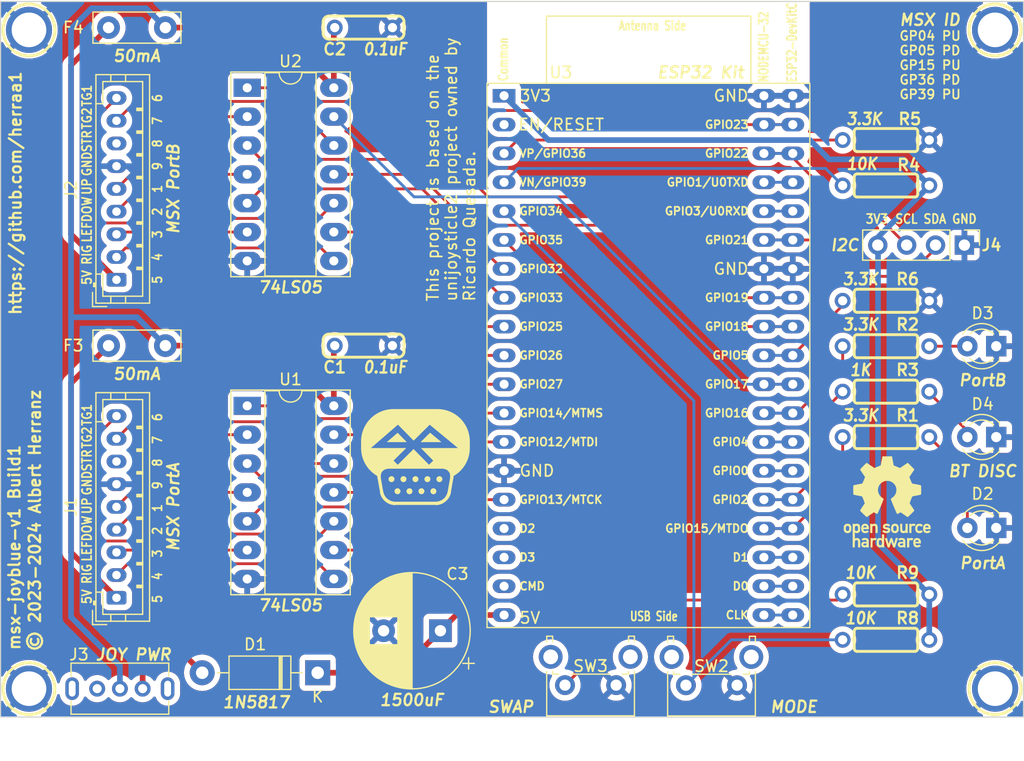
<source format=kicad_pcb>
(kicad_pcb (version 20221018) (generator pcbnew)
  (title_block (title "msx-joyblue: A Bluetooth controller adapter for MSX") (date "2024-01-06") (rev "v1") (company "Albert Herranz"))
  (layers (0 "F.Cu" signal) (31 "B.Cu" signal) (34 "B.Paste" user) (35 "F.Paste" user) (36 "B.SilkS" user "B.Silkscreen") (37 "F.SilkS" user "F.Silkscreen") (38 "B.Mask" user) (39 "F.Mask" user) (44 "Edge.Cuts" user))
  (net 0 "")
  (net 1 "GND")
  (net 2 "/J1_PWR")
  (net 3 "/J1_RIGHT")
  (net 4 "/J1_LEFT")
  (net 5 "/J1_DOWN")
  (net 6 "/J1_UP")
  (net 8 "/J1_TRIG2")
  (net 9 "/J1_TRIG1")
  (net 10 "/J2_PWR")
  (net 11 "/J2_RIGHT")
  (net 12 "/J2_LEFT")
  (net 13 "/J2_DOWN")
  (net 14 "/J2_UP")
  (net 16 "/J2_TRIG2")
  (net 17 "/J2_TRIG1")
  (net 18 "GPIO_J1_UP")
  (net 19 "GPIO_J1_DOWN")
  (net 20 "GPIO_J1_LEFT")
  (net 21 "GPIO_J1_RIGHT")
  (net 22 "GPIO_J1_TRIG1")
  (net 23 "GPIO_J1_TRIG2")
  (net 24 "GPIO_J2_UP")
  (net 25 "GPIO_J2_DOWN")
  (net 26 "GPIO_J2_LEFT")
  (net 27 "GPIO_J2_RIGHT")
  (net 28 "GPIO_J2_TRIG1")
  (net 29 "GPIO_J2_TRIG2")
  (net 31 "I2C_SDA")
  (net 35 "/JOY_5V")
  (net 36 "unconnected-(U3-SD_CLK{slash}GPIO6-Pad20)")
  (net 37 "unconnected-(U3-SD_DATA0{slash}GPIO7-Pad21)")
  (net 38 "unconnected-(U3-SD_DATA1{slash}GPIO8-Pad22)")
  (net 39 "unconnected-(U3-GPIO0{slash}BOOT{slash}ADC2_CH1-Pad25)")
  (net 40 "unconnected-(U3-U0RXD{slash}GPIO3-Pad34)")
  (net 41 "unconnected-(U3-U0TXD{slash}GPIO1-Pad35)")
  (net 42 "I2C_SCL")
  (net 43 "/EXT_5V")
  (net 44 "/JOY_EXT_5V")
  (net 46 "GPIO_BOOTSTRAP_15_LED_J1")
  (net 47 "GPIO_LED_J2")
  (net 48 "GPIO_BOOTSTRAP_04")
  (net 49 "GPIO_LED_BT")
  (net 50 "GPIO_SWITCH_USER2")
  (net 51 "GPIO_SWITCH_USER1")
  (net 52 "GPIO_39")
  (net 53 "GPIO_36")
  (net 54 "Net-(D2-A)")
  (net 55 "Net-(D3-A)")
  (net 56 "Net-(D4-A)")
  (net 57 "+3V3")
  (net 58 "GPIO_BOOTSTRAP_05")
  (footprint "Capacitor_THT:C_Disc_D7.5mm_W2.5mm_P5.00mm" (layer "F.Cu") (at 108.7 104.75)
    (fp_text reference "F3")
    (fp_text value "50mA")
  )
  (footprint "My_Components:Res_762" (layer "F.Cu") (at 177.1 126.65 180)
    (fp_text reference "R9")
    (fp_text value "10K")
  )
  (footprint "My_Components:Hole_3mm" (layer "F.Cu") (at 101.7 134.95)
    (fp_text reference "HOLE2" hide)
    (fp_text value "HOLE" hide)
  )
  (footprint "My_Components:Hole_3mm" (layer "F.Cu") (at 186.7 76.95)
    (fp_text reference "HOLE3" hide)
    (fp_text value "HOLE" hide)
  )
  (footprint "Capacitor_THT:C_Disc_D7.5mm_W2.5mm_P5.00mm" (layer "F.Cu") (at 108.7 76.75)
    (fp_text reference "F4")
    (fp_text value "50mA")
  )
  (footprint "Symbol:OSHW-Logo_7.5x8mm_SilkScreen" (layer "F.Cu") (at 177.2 118.5)
    (fp_text reference "SYM1" hide)
    (fp_text value "Logo_Open_Hardware_Large" hide)
  )
  (footprint "Connector_PinHeader_2.54mm:PinHeader_1x04_P2.54mm_Vertical" (layer "F.Cu") (at 184 95.9 -90)
    (fp_text reference "J4")
    (fp_text value "I2C")
  )
  (footprint "Connector_JST:JST_PH_B9B-PH-K_1x09_P2.00mm_Vertical" (layer "F.Cu") (at 109.4 126.95 90)
    (fp_text reference "J1")
    (fp_text value "MSX PortA")
  )
  (footprint "My_Components:Res_762" (layer "F.Cu") (at 177.1 86.65)
    (fp_text reference "R5")
    (fp_text value "3.3K")
  )
  (footprint "My_Components:Res_762" (layer "F.Cu") (at 177.1 130.65 180)
    (fp_text reference "R8")
    (fp_text value "10K")
  )
  (footprint "My_Components:X-NodeMCU-32-plus-ESP32-DevKitC" (layer "F.Cu") (at 143.5 82.75)
    (fp_text reference "U3")
    (fp_text value "ESP32 Kit")
  )
  (footprint "Button_Switch_THT:SW_Tactile_SPST_Angled_PTS645Vx39-2LFS" (layer "F.Cu") (at 153.36 134.64 180)
    (fp_text reference "SW3")
    (fp_text value "SWAP")
  )
  (footprint "My_Components:Hole_3mm" (layer "F.Cu") (at 186.7 134.95)
    (fp_text reference "HOLE4" hide)
    (fp_text value "HOLE" hide)
  )
  (footprint "Button_Switch_THT:SW_Tactile_SPST_Angled_PTS645Vx39-2LFS" (layer "F.Cu") (at 164 134.65 180)
    (fp_text reference "SW2")
    (fp_text value "MODE")
  )
  (footprint "My_Components:Hole_3mm" (layer "F.Cu") (at 101.7 76.95)
    (fp_text reference "HOLE1" hide)
    (fp_text value "HOLE" hide)
  )
  (footprint "My_Components:Res_762" (layer "F.Cu") (at 177.1 108.8 180)
    (fp_text reference "R3")
    (fp_text value "1K")
  )
  (footprint "My_Components:Res_762" (layer "F.Cu") (at 177.1 112.8 180)
    (fp_text reference "R1")
    (fp_text value "3.3K")
  )
  (footprint "Diode_THT:D_DO-41_SOD81_P10.16mm_Horizontal" (layer "F.Cu") (at 127.1 133.55 180)
    (fp_text reference "D1")
    (fp_text value "1N5817")
  )
  (footprint "My_Components:Cap_Cer_508" (layer "F.Cu") (at 128.6 76.75)
    (fp_text reference "C2")
    (fp_text value "0.1uF")
  )
  (footprint "Package_DIP:DIP-14_W7.62mm_Socket_LongPads" (layer "F.Cu") (at 120.9 110.05)
    (fp_text reference "U1")
    (fp_text value "74LS05")
  )
  (footprint "My_Components:Res_762" (layer "F.Cu") (at 177.1 104.8 180)
    (fp_text reference "R2")
    (fp_text value "3.3K")
  )
  (footprint "My_Components:Res_762" (layer "F.Cu") (at 177.1 100.8)
    (fp_text reference "R6")
    (fp_text value "3.3K")
  )
  (footprint "Connector_JST:JST_PH_B9B-PH-K_1x09_P2.00mm_Vertical" (layer "F.Cu") (at 109.4 98.95 90)
    (fp_text reference "J2")
    (fp_text value "MSX PortB")
  )
  (footprint "My_Components:SW_SK-12D07G6-1P2T-6mm" (layer "F.Cu") (at 107.7 134.95)
    (fp_text reference "J3")
    (fp_text value "JOY PWR")
  )
  (footprint "My_Components:Res_762" (layer "F.Cu") (at 177.1 90.65)
    (fp_text reference "R4")
    (fp_text value "10K")
  )
  (footprint "LED_THT:LED_D3.0mm" (layer "F.Cu") (at 186.8 120.8 180)
    (fp_text reference "D2")
    (fp_text value "PortA")
  )
  (footprint "Package_DIP:DIP-14_W7.62mm_Socket_LongPads" (layer "F.Cu") (at 120.9 82.05)
    (fp_text reference "U2")
    (fp_text value "74LS05")
  )
  (footprint "Capacitor_THT:CP_Radial_D10.0mm_P5.00mm" (layer "F.Cu") (at 137.89936 129.85 180)
    (fp_text reference "C3")
    (fp_text value "1500uF")
  )
  (footprint "LED_THT:LED_D3.0mm" (layer "F.Cu") (at 186.8 112.8 180)
    (fp_text reference "D4")
    (fp_text value "BT DISC")
  )
  (footprint "My_Components:Cap_Cer_508" (layer "F.Cu") (at 128.6 104.75)
    (fp_text reference "C1")
    (fp_text value "0.1uF")
  )
  (footprint "LED_THT:LED_D3.0mm" (layer "F.Cu") (at 186.8 104.8 180)
    (fp_text reference "D3")
    (fp_text value "PortB")
  )
  (gr_line (start 133.533903 118.57374) (end 133.581787 118.588897) (stroke (width 0.286419)) (layer "F.SilkS"))
  (gr_line (start 133.440119 118.537187) (end 133.486656 118.556483) (stroke (width 0.286419)) (layer "F.SilkS"))
  (gr_line (start 138.283049 115.46063) (end 138.23668 115.452156) (stroke (width 0.286419)) (layer "F.SilkS"))
  (gr_line (start 132.78829 117.865015) (end 132.807409 117.911353) (stroke (width 0.286419)) (layer "F.SilkS"))
  (gr_line (start 133.679169 118.612659) (end 133.728522 118.621142) (stroke (width 0.286419)) (layer "F.SilkS"))
  (gr_line (start 132.581844 115.865045) (end 132.56331 115.903989) (stroke (width 0.286419)) (layer "F.SilkS"))
  (gr_line (start 133.215917 115.446026) (end 133.168386 115.452156) (stroke (width 0.286419)) (layer "F.SilkS"))
  (gr_line (start 138.0995 118.467677) (end 138.184349 118.41227) (stroke (width 0.286419)) (layer "F.SilkS"))
  (gr_line (start 132.877093 118.044909) (end 132.904184 118.087403) (stroke (width 0.286419)) (layer "F.SilkS"))
  (gr_line (start 132.851884 118.001362) (end 132.877093 118.044909) (stroke (width 0.286419)) (layer "F.SilkS"))
  (gr_line (start 138.471911 118.128782) (end 138.500816 118.087403) (stroke (width 0.286419)) (layer "F.SilkS"))
  (gr_line (start 138.527911 118.044909) (end 138.553124 118.001362) (stroke (width 0.286419)) (layer "F.SilkS"))
  (gr_line (start 138.264601 118.350184) (end 138.33967 118.281912) (stroke (width 0.286419)) (layer "F.SilkS"))
  (gr_line (start 133.31429 115.441049) (end 133.264568 115.442304) (stroke (width 0.286419)) (layer "F.SilkS"))
  (gr_line (start 138.533717 115.557287) (end 138.495475 115.536031) (stroke (width 0.286419)) (layer "F.SilkS"))
  (gr_line (start 138.823228 115.865045) (end 138.80265 115.827402) (stroke (width 0.286419)) (layer "F.SilkS"))
  (gr_line (start 138.907795 116.302888) (end 138.910028 116.255) (stroke (width 0.286419)) (layer "F.SilkS"))
  (gr_line (start 132.532596 115.985534) (end 132.520519 116.028012) (stroke (width 0.286419)) (layer "F.SilkS"))
  (gr_line (start 138.755552 115.756264) (end 138.729134 115.722891) (stroke (width 0.286419)) (layer "F.SilkS"))
  (gr_line (start 132.799561 115.605483) (end 132.766076 115.6323) (stroke (width 0.286419)) (layer "F.SilkS"))
  (gr_line (start 132.509438 116.40066) (end 132.734309 117.672208) (stroke (width 0.286419)) (layer "F.SilkS"))
  (gr_line (start 132.766076 115.6323) (end 132.73428 115.660848) (stroke (width 0.286419)) (layer "F.SilkS"))
  (gr_line (start 132.602428 115.827402) (end 132.581844 115.865045) (stroke (width 0.286419)) (layer "F.SilkS"))
  (gr_line (start 138.090734 115.441049) (end 133.31429 115.441049) (stroke (width 0.286419)) (layer "F.SilkS"))
  (gr_poly (pts (xy 135.71359 116.290837) (xy 135.724451 116.291663) (xy 135.735155 116.293024) (xy 135.745687 116.294905) (xy 135.756035 116.297293) (xy 135.766184 116.300176) (xy 135.776121 116.303539) (xy 135.785834 116.307369) (xy 135.795308 116.311652) (xy 135.804529 116.316376) (xy 135.813486 116.321527) (xy 135.822163 116.327091) (xy 135.830549 116.333054) (xy 135.838628 116.339404) (xy 135.846389 116.346128) (xy 135.853816 116.35321) (xy 135.860898 116.360639) (xy 135.86762 116.3684) (xy 135.873969 116.376481) (xy 135.879932 116.384868) (xy 135.885495 116.393546) (xy 135.890645 116.402504) (xy 135.895368 116.411727) (xy 135.899651 116.421202) (xy 135.903481 116.430916) (xy 135.906843 116.440855) (xy 135.909725 116.451006) (xy 135.912114 116.461355) (xy 135.913995 116.471888) (xy 135.915355 116.482593) (xy 135.916181 116.493456) (xy 135.916459 116.504464) (xy 135.916181 116.515471) (xy 135.915355 116.526334) (xy 135.913995 116.537039) (xy 135.912114 116.547573) (xy 135.909725 116.557922) (xy 135.906843 116.568073) (xy 135.903481 116.578011) (xy 135.899651 116.587725) (xy 135.895368 116.5972) (xy 135.890645 116.606423) (xy 135.885495 116.615381) (xy 135.879932 116.62406) (xy 135.873969 116.632446) (xy 135.86762 116.640527) (xy 135.860898 116.648288) (xy 135.853816 116.655717) (xy 135.846389 116.6628) (xy 135.838628 116.669523) (xy 135.830549 116.675873) (xy 135.822163 116.681837) (xy 135.813486 116.687401) (xy 135.804529 116.692551) (xy 135.795308 116.697275) (xy 135.785834 116.701559) (xy 135.776121 116.705389) (xy 135.766184 116.708752) (xy 135.756035 116.711634) (xy 135.745687 116.714023) (xy 135.735155 116.715904) (xy 135.724451 116.717264) (xy 135.71359 116.71809) (xy 135.702584 116.718368) (xy 135.691578 116.71809) (xy 135.680716 116.717264) (xy 135.670013 116.715904) (xy 135.659481 116.714023) (xy 135.649133 116.711634) (xy 135.638984 116.708752) (xy 135.629047 116.705389) (xy 135.619334 116.701559) (xy 135.60986 116.697275) (xy 135.600638 116.692551) (xy 135.591682 116.687401) (xy 135.583004 116.681837) (xy 135.574619 116.675873) (xy 135.56654 116.669523) (xy 135.558779 116.6628) (xy 135.551352 116.655717) (xy 135.54427 116.648288) (xy 135.537548 116.640527) (xy 135.531198 116.632446) (xy 135.525235 116.62406) (xy 135.519672 116.615381) (xy 135.514523 116.606423) (xy 135.509799 116.5972) (xy 135.505516 116.587725) (xy 135.501687 116.578011) (xy 135.498324 116.568073) (xy 135.495442 116.557922) (xy 135.493054 116.547573) (xy 135.491173 116.537039) (xy 135.489813 116.526334) (xy 135.488987 116.515471) (xy 135.488709 116.504464) (xy 135.488987 116.493456) (xy 135.489813 116.482593) (xy 135.491173 116.471888) (xy 135.493054 116.461355) (xy 135.495442 116.451006) (xy 135.498324 116.440855) (xy 135.501687 116.430916) (xy 135.505516 116.421202) (xy 135.509799 116.411727) (xy 135.514523 116.402504) (xy 135.519672 116.393546) (xy 135.525235 116.384868) (xy 135.531198 116.376481) (xy 135.537548 116.3684) (xy 135.54427 116.360639) (xy 135.551352 116.35321) (xy 135.558779 116.346128) (xy 135.56654 116.339404) (xy 135.574619 116.333054) (xy 135.583004 116.327091) (xy 135.591682 116.321527) (xy 135.600638 116.316376) (xy 135.60986 116.311652) (xy 135.619334 116.307369) (xy 135.629047 116.303539) (xy 135.638984 116.300176) (xy 135.649133 116.297293) (xy 135.659481 116.294905) (xy 135.670013 116.293024) (xy 135.680716 116.291663) (xy 135.691578 116.290837) (xy 135.702584 116.290559)) (stroke (width 0.095538)) (fill solid) (layer "F.SilkS"))
  (gr_line (start 132.734309 117.672208) (end 132.744283 117.721405) (stroke (width 0.286419)) (layer "F.SilkS"))
  (gr_line (start 132.56331 115.903989) (end 132.546876 115.944173) (stroke (width 0.286419)) (layer "F.SilkS"))
  (gr_line (start 138.902998 116.351461) (end 138.907795 116.302888) (stroke (width 0.286419)) (layer "F.SilkS"))
  (gr_line (start 138.841757 115.903989) (end 138.823228 115.865045) (stroke (width 0.286419)) (layer "F.SilkS"))
  (gr_line (start 138.455751 115.516752) (end 138.414594 115.499511) (stroke (width 0.286419)) (layer "F.SilkS"))
  (gr_line (start 132.649536 115.756264) (end 132.625009 115.791121) (stroke (width 0.286419)) (layer "F.SilkS"))
  (gr_poly (pts (xy 134.660222 116.29069) (xy 134.671091 116.291517) (xy 134.681802 116.292878) (xy 134.692341 116.294761) (xy 134.702696 116.297151) (xy 134.712852 116.300035) (xy 134.722796 116.303401) (xy 134.732515 116.307233) (xy 134.741996 116.31152) (xy 134.751224 116.316247) (xy 134.760187 116.321401) (xy 134.76887 116.326969) (xy 134.777261 116.332937) (xy 134.785346 116.339291) (xy 134.793112 116.346019) (xy 134.800545 116.353106) (xy 134.807631 116.36054) (xy 134.814358 116.368307) (xy 134.820712 116.376393) (xy 134.826679 116.384785) (xy 134.832246 116.39347) (xy 134.837399 116.402434) (xy 134.842125 116.411664) (xy 134.846411 116.421145) (xy 134.850244 116.430866) (xy 134.853608 116.440811) (xy 134.856492 116.450969) (xy 134.858882 116.461325) (xy 134.860764 116.471866) (xy 134.862125 116.482578) (xy 134.862952 116.493449) (xy 134.86323 116.504464) (xy 134.862952 116.515479) (xy 134.862125 116.526349) (xy 134.860764 116.537062) (xy 134.858882 116.547603) (xy 134.856492 116.557959) (xy 134.853608 116.568116) (xy 134.850244 116.578062) (xy 134.846411 116.587782) (xy 134.842125 116.597264) (xy 134.837399 116.606494) (xy 134.832246 116.615457) (xy 134.826679 116.624142) (xy 134.820712 116.632534) (xy 134.814358 116.640621) (xy 134.807631 116.648387) (xy 134.800545 116.655821) (xy 134.793112 116.662909) (xy 134.785346 116.669636) (xy 134.777261 116.675991) (xy 134.76887 116.681959) (xy 134.760187 116.687526) (xy 134.751224 116.692681) (xy 134.741996 116.697408) (xy 134.732515 116.701694) (xy 134.722796 116.705527) (xy 134.712852 116.708892) (xy 134.702696 116.711776) (xy 134.692341 116.714167) (xy 134.681802 116.716049) (xy 134.671091 116.71741) (xy 134.660222 116.718237) (xy 134.649208 116.718515) (xy 134.638195 116.718237) (xy 134.627326 116.71741) (xy 134.616615 116.716049) (xy 134.606076 116.714167) (xy 134.595721 116.711776) (xy 134.585565 116.708892) (xy 134.575621 116.705527) (xy 134.565902 116.701694) (xy 134.556421 116.697408) (xy 134.547193 116.692681) (xy 134.53823 116.687526) (xy 134.529547 116.681959) (xy 134.521156 116.675991) (xy 134.513071 116.669636) (xy 134.505305 116.662909) (xy 134.497872 116.655821) (xy 134.490786 116.648387) (xy 134.484059 116.640621) (xy 134.477705 116.632534) (xy 134.471738 116.624142) (xy 134.466171 116.615457) (xy 134.461018 116.606494) (xy 134.456292 116.597264) (xy 134.452006 116.587782) (xy 134.448174 116.578062) (xy 134.444809 116.568116) (xy 134.441925 116.557959) (xy 134.439535 116.547603) (xy 134.437653 116.537062) (xy 134.436292 116.526349) (xy 134.435465 116.515479) (xy 134.435187 116.504464) (xy 134.435465 116.493449) (xy 134.436292 116.482578) (xy 134.437653 116.471866) (xy 134.439535 116.461325) (xy 134.441925 116.450969) (xy 134.444809 116.440811) (xy 134.448174 116.430866) (xy 134.452006 116.421145) (xy 134.456292 116.411664) (xy 134.461018 116.402434) (xy 134.466171 116.39347) (xy 134.471738 116.384785) (xy 134.477705 116.376393) (xy 134.484059 116.368307) (xy 134.490786 116.36054) (xy 134.497872 116.353106) (xy 134.505305 116.346019) (xy 134.513071 116.339291) (xy 134.521156 116.332937) (xy 134.529547 116.326969) (xy 134.53823 116.321401) (xy 134.547193 116.316247) (xy 134.556421 116.31152) (xy 134.565902 116.307233) (xy 134.575621 116.303401) (xy 134.585565 116.300035) (xy 134.595721 116.297151) (xy 134.606076 116.294761) (xy 134.616615 116.292878) (xy 134.627326 116.291517) (xy 134.638195 116.29069) (xy 134.649208 116.290412)) (stroke (width 0.095538)) (fill solid) (layer "F.SilkS"))
  (gr_poly (pts (xy 134.133457 117.355211) (xy 134.144322 117.356037) (xy 134.15503 117.357398) (xy 134.165566 117.35928) (xy 134.175916 117.361669) (xy 134.186069 117.364553) (xy 134.19601 117.367917) (xy 134.205726 117.371748) (xy 134.215203 117.376033) (xy 134.224428 117.380759) (xy 134.233387 117.385911) (xy 134.242068 117.391477) (xy 134.250456 117.397442) (xy 134.258538 117.403795) (xy 134.266302 117.41052) (xy 134.273732 117.417605) (xy 134.280816 117.425037) (xy 134.28754 117.432801) (xy 134.293892 117.440884) (xy 134.299857 117.449274) (xy 134.305422 117.457955) (xy 134.310573 117.466916) (xy 134.315298 117.476143) (xy 134.319583 117.485621) (xy 134.323414 117.495338) (xy 134.326777 117.50528) (xy 134.32966 117.515434) (xy 134.332049 117.525787) (xy 134.333931 117.536324) (xy 134.335291 117.547033) (xy 134.336117 117.5579) (xy 134.336396 117.568911) (xy 134.336117 117.579922) (xy 134.335291 117.590789) (xy 134.333931 117.601498) (xy 134.332049 117.612035) (xy 134.32966 117.622387) (xy 134.326777 117.632541) (xy 134.323414 117.642484) (xy 134.319583 117.652201) (xy 134.315298 117.661679) (xy 134.310573 117.670906) (xy 134.305422 117.679866) (xy 134.299857 117.688548) (xy 134.293892 117.696937) (xy 134.28754 117.705021) (xy 134.280816 117.712785) (xy 134.273732 117.720216) (xy 134.266302 117.727301) (xy 134.258538 117.734027) (xy 134.250456 117.740379) (xy 134.242068 117.746345) (xy 134.233387 117.751911) (xy 134.224428 117.757063) (xy 134.215203 117.761788) (xy 134.205726 117.766073) (xy 134.19601 117.769905) (xy 134.186069 117.773269) (xy 134.175916 117.776152) (xy 134.165566 117.778542) (xy 134.15503 117.780423) (xy 134.144322 117.781784) (xy 134.133457 117.78261) (xy 134.122447 117.782889) (xy 134.111438 117.78261) (xy 134.100572 117.781784) (xy 134.089865 117.780423) (xy 134.079329 117.778542) (xy 134.068978 117.776152) (xy 134.058826 117.773269) (xy 134.048885 117.769905) (xy 134.039169 117.766073) (xy 134.029692 117.761788) (xy 134.020467 117.757063) (xy 134.011507 117.751911) (xy 134.002827 117.746345) (xy 133.994439 117.740379) (xy 133.986356 117.734027) (xy 133.978593 117.727301) (xy 133.971163 117.720216) (xy 133.964079 117.712785) (xy 133.957354 117.705021) (xy 133.951003 117.696937) (xy 133.945038 117.688548) (xy 133.939473 117.679866) (xy 133.934321 117.670906) (xy 133.929597 117.661679) (xy 133.925312 117.652201) (xy 133.921481 117.642484) (xy 133.918118 117.632541) (xy 133.915235 117.622387) (xy 133.912846 117.612035) (xy 133.910964 117.601498) (xy 133.909604 117.590789) (xy 133.908777 117.579922) (xy 133.908499 117.568911) (xy 133.908777 117.5579) (xy 133.909604 117.547033) (xy 133.910964 117.536324) (xy 133.912846 117.525787) (xy 133.915235 117.515434) (xy 133.918118 117.50528) (xy 133.921481 117.495338) (xy 133.925312 117.485621) (xy 133.929597 117.476143) (xy 133.934321 117.466916) (xy 133.939473 117.457955) (xy 133.945038 117.449274) (xy 133.951003 117.440884) (xy 133.957354 117.432801) (xy 133.964079 117.425037) (xy 133.971163 117.417605) (xy 133.978593 117.41052) (xy 133.986356 117.403795) (xy 133.994439 117.397442) (xy 134.002827 117.391477) (xy 134.011507 117.385911) (xy 134.020467 117.380759) (xy 134.029692 117.376033) (xy 134.039169 117.371748) (xy 134.048885 117.367917) (xy 134.058826 117.364553) (xy 134.068978 117.361669) (xy 134.079329 117.35928) (xy 134.089865 117.357398) (xy 134.100572 117.356037) (xy 134.111438 117.355211) (xy 134.122447 117.354932)) (stroke (width 0.095538)) (fill solid) (layer "F.SilkS"))
  (gr_line (start 133.076893 115.471389) (end 133.033034 115.484369) (stroke (width 0.286419)) (layer "F.SilkS"))
  (gr_line (start 133.168386 115.452156) (end 133.122027 115.46063) (stroke (width 0.286419)) (layer "F.SilkS"))
  (gr_line (start 138.23668 115.452156) (end 138.189137 115.446026) (stroke (width 0.286419)) (layer "F.SilkS"))
  (gr_line (start 132.871388 115.557287) (end 132.834682 115.580458) (stroke (width 0.286419)) (layer "F.SilkS"))
  (gr_line (start 138.80265 115.827402) (end 138.780074 115.791121) (stroke (width 0.286419)) (layer "F.SilkS"))
  (gr_line (start 138.901856 116.116072) (end 138.894347 116.071545) (stroke (width 0.286419)) (layer "F.SilkS"))
  (gr_line (start 138.01064 118.515913) (end 138.0995 118.467677) (stroke (width 0.286419)) (layer "F.SilkS"))
  (gr_line (start 137.62683 118.627278) (end 137.676519 118.621142) (stroke (width 0.286419)) (layer "F.SilkS"))
  (gr_line (start 138.639027 115.6323) (end 138.605544 115.605483) (stroke (width 0.286419)) (layer "F.SilkS"))
  (gr_line (start 133.630233 118.60189) (end 133.679169 118.612659) (stroke (width 0.286419)) (layer "F.SilkS"))
  (gr_line (start 133.029914 118.24561) (end 133.065321 118.281912) (stroke (width 0.286419)) (layer "F.SilkS"))
  (gr_line (start 137.526716 118.632261) (end 137.576871 118.631005) (stroke (width 0.286419)) (layer "F.SilkS"))
  (gr_line (start 138.495475 115.536031) (end 138.455751 115.516752) (stroke (width 0.286419)) (layer "F.SilkS"))
  (gr_poly (pts (xy 137.820274 116.29069) (xy 137.831143 116.291517) (xy 137.841854 116.292878) (xy 137.852394 116.294761) (xy 137.862748 116.297151) (xy 137.872904 116.300035) (xy 137.882849 116.303401) (xy 137.892568 116.307233) (xy 137.902048 116.31152) (xy 137.911276 116.316247) (xy 137.920239 116.321401) (xy 137.928923 116.326969) (xy 137.937314 116.332937) (xy 137.945399 116.339291) (xy 137.953164 116.346019) (xy 137.960597 116.353106) (xy 137.967684 116.36054) (xy 137.974411 116.368307) (xy 137.980764 116.376393) (xy 137.986731 116.384785) (xy 137.992298 116.39347) (xy 137.997451 116.402434) (xy 138.002178 116.411664) (xy 138.006464 116.421145) (xy 138.010296 116.430866) (xy 138.013661 116.440811) (xy 138.016545 116.450969) (xy 138.018935 116.461325) (xy 138.020817 116.471866) (xy 138.022178 116.482578) (xy 138.023004 116.493449) (xy 138.023283 116.504464) (xy 138.023004 116.515479) (xy 138.022178 116.526349) (xy 138.020817 116.537062) (xy 138.018935 116.547603) (xy 138.016545 116.557959) (xy 138.013661 116.568116) (xy 138.010296 116.578062) (xy 138.006464 116.587782) (xy 138.002178 116.597264) (xy 137.997451 116.606494) (xy 137.992298 116.615457) (xy 137.986731 116.624142) (xy 137.980764 116.632534) (xy 137.974411 116.640621) (xy 137.967684 116.648387) (xy 137.960597 116.655821) (xy 137.953164 116.662909) (xy 137.945399 116.669636) (xy 137.937314 116.675991) (xy 137.928923 116.681959) (xy 137.920239 116.687526) (xy 137.911276 116.692681) (xy 137.902048 116.697408) (xy 137.892568 116.701694) (xy 137.882849 116.705527) (xy 137.872904 116.708892) (xy 137.862748 116.711776) (xy 137.852394 116.714167) (xy 137.841854 116.716049) (xy 137.831143 116.71741) (xy 137.820274 116.718237) (xy 137.809261 116.718515) (xy 137.798247 116.718237) (xy 137.787378 116.71741) (xy 137.776667 116.716049) (xy 137.766128 116.714167) (xy 137.755773 116.711776) (xy 137.745617 116.708892) (xy 137.735673 116.705527) (xy 137.725954 116.701694) (xy 137.716473 116.697408) (xy 137.707245 116.692681) (xy 137.698283 116.687526) (xy 137.689599 116.681959) (xy 137.681208 116.675991) (xy 137.673123 116.669636) (xy 137.665357 116.662909) (xy 137.657925 116.655821) (xy 137.650838 116.648387) (xy 137.644111 116.640621) (xy 137.637758 116.632534) (xy 137.631791 116.624142) (xy 137.626224 116.615457) (xy 137.62107 116.606494) (xy 137.616344 116.597264) (xy 137.612058 116.587782) (xy 137.608226 116.578062) (xy 137.604861 116.568116) (xy 137.601977 116.557959) (xy 137.599587 116.547603) (xy 137.597705 116.537062) (xy 137.596344 116.526349) (xy 137.595518 116.515479) (xy 137.595239 116.504464) (xy 137.595518 116.493449) (xy 137.596344 116.482578) (xy 137.597705 116.471866) (xy 137.599587 116.461325) (xy 137.601977 116.450969) (xy 137.604861 116.440811) (xy 137.608226 116.430866) (xy 137.612058 116.421145) (xy 137.616344 116.411664) (xy 137.62107 116.402434) (xy 137.626224 116.39347) (xy 137.631791 116.384785) (xy 137.637758 116.376393) (xy 137.644111 116.368307) (xy 137.650838 116.36054) (xy 137.657925 116.353106) (xy 137.665357 116.346019) (xy 137.673123 116.339291) (xy 137.681208 116.332937) (xy 137.689599 116.326969) (xy 137.698283 116.321401) (xy 137.707245 116.316247) (xy 137.716473 116.31152) (xy 137.725954 116.307233) (xy 137.735673 116.303401) (xy 137.745617 116.300035) (xy 137.755773 116.297151) (xy 137.766128 116.294761) (xy 137.776667 116.292878) (xy 137.787378 116.291517) (xy 137.798247 116.29069) (xy 137.809261 116.290412)) (stroke (width 0.095538)) (fill solid) (layer "F.SilkS"))
  (gr_poly (pts (xy 136.76679 116.290727) (xy 136.777659 116.291554) (xy 136.78837 116.292916) (xy 136.79891 116.294798) (xy 136.809264 116.297189) (xy 136.819419 116.300074) (xy 136.829363 116.303441) (xy 136.839081 116.307274) (xy 136.84856 116.311562) (xy 136.857787 116.31629) (xy 136.866748 116.321445) (xy 136.87543 116.327014) (xy 136.883819 116.332984) (xy 136.891903 116.339339) (xy 136.899666 116.346069) (xy 136.907097 116.353158) (xy 136.914182 116.360593) (xy 136.920907 116.368361) (xy 136.927258 116.376449) (xy 136.933223 116.384843) (xy 136.938788 116.393529) (xy 136.94394 116.402495) (xy 136.948665 116.411726) (xy 136.952949 116.421209) (xy 136.95678 116.430931) (xy 136.960143 116.440878) (xy 136.963026 116.451037) (xy 136.965415 116.461394) (xy 136.967296 116.471936) (xy 136.968656 116.48265) (xy 136.969482 116.493521) (xy 136.969761 116.504537) (xy 136.969482 116.51555) (xy 136.968656 116.526418) (xy 136.967296 116.537127) (xy 136.965415 116.547665) (xy 136.963026 116.558018) (xy 136.960143 116.568173) (xy 136.95678 116.578116) (xy 136.952949 116.587833) (xy 136.948665 116.597312) (xy 136.94394 116.606538) (xy 136.938788 116.615499) (xy 136.933223 116.62418) (xy 136.927258 116.63257) (xy 136.920907 116.640653) (xy 136.914182 116.648417) (xy 136.907097 116.655848) (xy 136.899666 116.662932) (xy 136.891903 116.669658) (xy 136.883819 116.676009) (xy 136.87543 116.681975) (xy 136.866748 116.68754) (xy 136.857787 116.692692) (xy 136.84856 116.697417) (xy 136.839081 116.701702) (xy 136.829363 116.705533) (xy 136.819419 116.708896) (xy 136.809264 116.71178) (xy 136.79891 116.714169) (xy 136.78837 116.71605) (xy 136.777659 116.717411) (xy 136.76679 116.718237) (xy 136.755775 116.718515) (xy 136.744778 116.718237) (xy 136.733923 116.717411) (xy 136.723225 116.71605) (xy 136.712697 116.714169) (xy 136.702353 116.71178) (xy 136.692207 116.708896) (xy 136.682271 116.705533) (xy 136.672559 116.701702) (xy 136.663085 116.697417) (xy 136.653863 116.692692) (xy 136.644905 116.68754) (xy 136.636225 116.681975) (xy 136.627837 116.676009) (xy 136.619755 116.669658) (xy 136.611991 116.662932) (xy 136.604559 116.655848) (xy 136.597474 116.648417) (xy 136.590747 116.640653) (xy 136.584394 116.63257) (xy 136.578426 116.62418) (xy 136.572859 116.615499) (xy 136.567704 116.606538) (xy 136.562977 116.597312) (xy 136.55869 116.587833) (xy 136.554856 116.578116) (xy 136.55149 116.568173) (xy 136.548605 116.558018) (xy 136.546214 116.547665) (xy 136.544331 116.537127) (xy 136.542969 116.526418) (xy 136.542142 116.51555) (xy 136.541864 116.504537) (xy 136.542142 116.493521) (xy 136.542969 116.48265) (xy 136.544331 116.471936) (xy 136.546214 116.461394) (xy 136.548605 116.451037) (xy 136.55149 116.440878) (xy 136.554856 116.430931) (xy 136.55869 116.421209) (xy 136.562977 116.411726) (xy 136.567704 116.402495) (xy 136.572859 116.39353) (xy 136.578426 116.384843) (xy 136.584394 116.376449) (xy 136.590747 116.368362) (xy 136.597474 116.360593) (xy 136.604559 116.353158) (xy 136.611991 116.346069) (xy 136.619755 116.33934) (xy 136.627837 116.332984) (xy 136.636225 116.327014) (xy 136.644905 116.321445) (xy 136.653863 116.31629) (xy 136.663085 116.311562) (xy 136.672559 116.307274) (xy 136.682271 116.303441) (xy 136.692207 116.300074) (xy 136.702353 116.297189) (xy 136.712697 116.294798) (xy 136.723225 116.292916) (xy 136.733923 116.291554) (xy 136.744778 116.290727) (xy 136.755775 116.290448)) (stroke (width 0.095538)) (fill solid) (layer "F.SilkS"))
  (gr_line (start 138.670751 117.672208) (end 138.895585 116.40066) (stroke (width 0.286419)) (layer "F.SilkS"))
  (gr_line (start 132.904184 118.087403) (end 132.933085 118.128782) (stroke (width 0.286419)) (layer "F.SilkS"))
  (gr_line (start 133.394365 118.515913) (end 133.440119 118.537187) (stroke (width 0.286419)) (layer "F.SilkS"))
  (gr_line (start 132.771347 117.81787) (end 132.78829 117.865015) (stroke (width 0.286419)) (layer "F.SilkS"))
  (gr_line (start 132.996024 118.207947) (end 133.029914 118.24561) (stroke (width 0.286419)) (layer "F.SilkS"))
  (gr_poly (pts (xy 137.293688 117.355174) (xy 137.304547 117.356) (xy 137.315247 117.357361) (xy 137.325776 117.359242) (xy 137.33612 117.361631) (xy 137.346266 117.364514) (xy 137.356199 117.367877) (xy 137.365908 117.371708) (xy 137.375377 117.375992) (xy 137.384595 117.380717) (xy 137.393546 117.385868) (xy 137.402219 117.391432) (xy 137.4106 117.397397) (xy 137.418675 117.403747) (xy 137.42643 117.410471) (xy 137.433853 117.417554) (xy 137.44093 117.424983) (xy 137.447648 117.432745) (xy 137.453993 117.440826) (xy 137.459951 117.449213) (xy 137.46551 117.457892) (xy 137.470656 117.466849) (xy 137.475376 117.476072) (xy 137.479655 117.485547) (xy 137.483481 117.495261) (xy 137.486841 117.505199) (xy 137.489721 117.515349) (xy 137.492107 117.525697) (xy 137.493986 117.536229) (xy 137.495345 117.546933) (xy 137.49617 117.557795) (xy 137.496448 117.5688) (xy 137.49617 117.57981) (xy 137.495345 117.590674) (xy 137.493986 117.601381) (xy 137.492107 117.611916) (xy 137.489721 117.622267) (xy 137.486841 117.632419) (xy 137.483481 117.642359) (xy 137.479655 117.652075) (xy 137.475376 117.661551) (xy 137.470656 117.670776) (xy 137.46551 117.679735) (xy 137.459951 117.688415) (xy 137.453993 117.696803) (xy 137.447648 117.704885) (xy 137.44093 117.712648) (xy 137.433853 117.720078) (xy 137.42643 117.727162) (xy 137.418675 117.733887) (xy 137.4106 117.740238) (xy 137.402219 117.746203) (xy 137.393546 117.751768) (xy 137.384595 117.756919) (xy 137.375377 117.761644) (xy 137.365908 117.765928) (xy 137.356199 117.769759) (xy 137.346266 117.773123) (xy 137.33612 117.776006) (xy 137.325776 117.778395) (xy 137.315247 117.780276) (xy 137.304547 117.781637) (xy 137.293688 117.782463) (xy 137.282684 117.782741) (xy 137.271663 117.782463) (xy 137.260789 117.781637) (xy 137.250074 117.780276) (xy 137.239532 117.778395) (xy 137.229176 117.776006) (xy 137.219019 117.773123) (xy 137.209076 117.769759) (xy 137.199359 117.765928) (xy 137.189881 117.761644) (xy 137.180657 117.756919) (xy 137.171699 117.751768) (xy 137.16302 117.746203) (xy 137.154635 117.740238) (xy 137.146556 117.733887) (xy 137.138797 117.727162) (xy 137.131371 117.720078) (xy 137.124292 117.712648) (xy 137.117572 117.704885) (xy 137.111226 117.696803) (xy 137.105267 117.688415) (xy 137.099707 117.679735) (xy 137.094561 117.670776) (xy 137.089841 117.661551) (xy 137.085562 117.652075) (xy 137.081736 117.642359) (xy 137.078376 117.632419) (xy 137.075497 117.622267) (xy 137.073112 117.611916) (xy 137.071233 117.601381) (xy 137.069875 117.590674) (xy 137.06905 117.57981) (xy 137.068772 117.5688) (xy 137.06905 117.557798) (xy 137.069875 117.546939) (xy 137.071234 117.536238) (xy 137.073113 117.525707) (xy 137.0755 117.515361) (xy 137.07838 117.505213) (xy 137.08174 117.495275) (xy 137.085567 117.485563) (xy 137.089848 117.476089) (xy 137.094568 117.466866) (xy 137.099716 117.457908) (xy 137.105276 117.449229) (xy 137.111237 117.440842) (xy 137.117584 117.432761) (xy 137.124305 117.424998) (xy 137.131385 117.417568) (xy 137.138812 117.410484) (xy 137.146571 117.403759) (xy 137.154651 117.397408) (xy 137.163036 117.391442) (xy 137.171715 117.385876) (xy 137.180673 117.380724) (xy 137.189897 117.375999) (xy 137.199374 117.371713) (xy 137.209091 117.367882) (xy 137.219033 117.364517) (xy 137.229188 117.361633) (xy 137.239542 117.359244) (xy 137.250082 117.357362) (xy 137.260795 117.356) (xy 137.271666 117.355174) (xy 137.282684 117.354895)) (stroke (width 0.095538)) (fill solid) (layer "F.SilkS"))
  (gr_line (start 132.510697 116.071545) (end 132.503183 116.116072) (stroke (width 0.286419)) (layer "F.SilkS"))
  (gr_line (start 133.179906 118.382031) (end 133.220645 118.41227) (stroke (width 0.286419)) (layer "F.SilkS"))
  (gr_poly (pts (xy 137.994434 113.245094) (xy 136.15159 113.245094) (xy 136.988102 112.41403)) (fill solid) (layer "F.SilkS"))
  (gr_line (start 133.349467 118.492722) (end 133.394365 118.515913) (stroke (width 0.286419)) (layer "F.SilkS"))
  (gr_line (start 138.872459 115.985534) (end 138.858184 115.944173) (stroke (width 0.286419)) (layer "F.SilkS"))
  (gr_line (start 138.884531 116.028012) (end 138.872459 115.985534) (stroke (width 0.286419)) (layer "F.SilkS"))
  (gr_line (start 137.576871 118.631005) (end 137.62683 118.627278) (stroke (width 0.286419)) (layer "F.SilkS"))
  (gr_line (start 132.49723 116.302888) (end 132.502026 116.351461) (stroke (width 0.286419)) (layer "F.SilkS"))
  (gr_line (start 132.625009 115.791121) (end 132.602428 115.827402) (stroke (width 0.286419)) (layer "F.SilkS"))
  (gr_poly (pts (xy 136.24006 117.355211) (xy 136.250926 117.356037) (xy 136.261633 117.357398) (xy 136.272169 117.35928) (xy 136.28252 117.361669) (xy 136.292672 117.364553) (xy 136.302613 117.367917) (xy 136.312329 117.371748) (xy 136.321806 117.376033) (xy 136.331031 117.380759) (xy 136.339991 117.385911) (xy 136.348671 117.391477) (xy 136.35706 117.397442) (xy 136.365142 117.403795) (xy 136.372905 117.41052) (xy 136.380335 117.417605) (xy 136.387419 117.425037) (xy 136.394144 117.432801) (xy 136.400495 117.440884) (xy 136.40646 117.449274) (xy 136.412025 117.457955) (xy 136.417177 117.466916) (xy 136.421902 117.476143) (xy 136.426186 117.485621) (xy 136.430017 117.495338) (xy 136.43338 117.50528) (xy 136.436263 117.515434) (xy 136.438652 117.525787) (xy 136.440534 117.536324) (xy 136.441895 117.547033) (xy 136.442721 117.5579) (xy 136.442999 117.568911) (xy 136.442721 117.579922) (xy 136.441895 117.590789) (xy 136.440534 117.601498) (xy 136.438652 117.612035) (xy 136.436263 117.622387) (xy 136.43338 117.632541) (xy 136.430017 117.642484) (xy 136.426186 117.652201) (xy 136.421902 117.661679) (xy 136.417177 117.670906) (xy 136.412025 117.679866) (xy 136.40646 117.688548) (xy 136.400495 117.696937) (xy 136.394144 117.705021) (xy 136.387419 117.712785) (xy 136.380335 117.720216) (xy 136.372905 117.727301) (xy 136.365142 117.734027) (xy 136.35706 117.740379) (xy 136.348671 117.746345) (xy 136.339991 117.751911) (xy 136.331031 117.757063) (xy 136.321806 117.761788) (xy 136.312329 117.766073) (xy 136.302613 117.769905) (xy 136.292672 117.773269) (xy 136.28252 117.776152) (xy 136.272169 117.778542) (xy 136.261633 117.780423) (xy 136.250926 117.781784) (xy 136.24006 117.78261) (xy 136.229051 117.782889) (xy 136.218041 117.78261) (xy 136.207176 117.781784) (xy 136.196468 117.780423) (xy 136.185933 117.778542) (xy 136.175582 117.776152) (xy 136.165429 117.773269) (xy 136.155488 117.769905) (xy 136.145772 117.766073) (xy 136.136295 117.761788) (xy 136.12707 117.757063) (xy 136.118111 117.751911) (xy 136.10943 117.746345) (xy 136.101042 117.740379) (xy 136.09296 117.734027) (xy 136.085197 117.727301) (xy 136.077766 117.720216) (xy 136.070682 117.712785) (xy 136.063958 117.705021) (xy 136.057606 117.696937) (xy 136.051641 117.688548) (xy 136.046076 117.679866) (xy 136.040925 117.670906) (xy 136.0362 117.661679) (xy 136.031915 117.652201) (xy 136.028085 117.642484) (xy 136.024721 117.632541) (xy 136.021838 117.622387) (xy 136.019449 117.612035) (xy 136.017568 117.601498) (xy 136.016207 117.590789) (xy 136.015381 117.579922) (xy 136.015102 117.568911) (xy 136.015381 117.5579) (xy 136.016207 117.547033) (xy 136.017568 117.536324) (xy 136.019449 117.525787) (xy 136.021838 117.515434) (xy 136.024721 117.50528) (xy 136.028085 117.495338) (xy 136.031915 117.485621) (xy 136.0362 117.476143) (xy 136.040925 117.466916) (xy 136.046076 117.457955) (xy 136.051641 117.449274) (xy 136.057606 117.440884) (xy 136.063958 117.432801) (xy 136.070682 117.425037) (xy 136.077766 117.417605) (xy 136.085197 117.41052) (xy 136.09296 117.403795) (xy 136.101042 117.397442) (xy 136.10943 117.391477) (xy 136.118111 117.385911) (xy 136.12707 117.380759) (xy 136.136295 117.376033) (xy 136.145772 117.371748) (xy 136.155488 117.367917) (xy 136.165429 117.364553) (xy 136.175582 117.361669) (xy 136.185933 117.35928) (xy 136.196468 117.357398) (xy 136.207176 117.356037) (xy 136.218041 117.355211) (xy 136.229051 117.354932)) (stroke (width 0.095538)) (fill solid) (layer "F.SilkS"))
  (gr_line (start 138.414594 115.499511) (end 138.372058 115.484369) (stroke (width 0.286419)) (layer "F.SilkS"))
  (gr_line (start 138.500816 118.087403) (end 138.527911 118.044909) (stroke (width 0.286419)) (layer "F.SilkS"))
  (gr_line (start 132.495 116.255) (end 132.49723 116.302888) (stroke (width 0.286419)) (layer "F.SilkS"))
  (gr_line (start 133.264568 115.442304) (end 133.215917 115.446026) (stroke (width 0.286419)) (layer "F.SilkS"))
  (gr_line (start 137.918357 118.556483) (end 137.96489 118.537187) (stroke (width 0.286419)) (layer "F.SilkS"))
  (gr_line (start 137.871115 118.57374) (end 137.918357 118.556483) (stroke (width 0.286419)) (layer "F.SilkS"))
  (gr_line (start 138.909748 116.207861) (end 138.907007 116.161531) (stroke (width 0.286419)) (layer "F.SilkS"))
  (gr_line (start 138.184349 118.41227) (end 138.264601 118.350184) (stroke (width 0.286419)) (layer "F.SilkS"))
  (gr_line (start 137.823237 118.588897) (end 137.871115 118.57374) (stroke (width 0.286419)) (layer "F.SilkS"))
  (gr_line (start 133.102171 118.31679) (end 133.14039 118.350184) (stroke (width 0.286419)) (layer "F.SilkS"))
  (gr_line (start 138.910028 116.255) (end 138.909748 116.207861) (stroke (width 0.286419)) (layer "F.SilkS"))
  (gr_line (start 138.576381 117.956823) (end 138.59761 117.911353) (stroke (width 0.286419)) (layer "F.SilkS"))
  (gr_line (start 132.498028 116.161531) (end 132.495283 116.207861) (stroke (width 0.286419)) (layer "F.SilkS"))
  (gr_poly (pts (xy 133.606626 116.29069) (xy 133.617495 116.291517) (xy 133.628206 116.292878) (xy 133.638746 116.294761) (xy 133.6491 116.297151) (xy 133.659256 116.300035) (xy 133.669201 116.303401) (xy 133.67892 116.307233) (xy 133.6884 116.31152) (xy 133.697628 116.316247) (xy 133.706591 116.321401) (xy 133.715274 116.326969) (xy 133.723665 116.332937) (xy 133.731751 116.339291) (xy 133.739516 116.346019) (xy 133.746949 116.353106) (xy 133.754036 116.36054) (xy 133.760762 116.368307) (xy 133.767116 116.376393) (xy 133.773083 116.384785) (xy 133.77865 116.39347) (xy 133.783803 116.402434) (xy 133.78853 116.411664) (xy 133.792816 116.421145) (xy 133.796648 116.430866) (xy 133.800013 116.440811) (xy 133.802897 116.450969) (xy 133.805286 116.461325) (xy 133.807169 116.471866) (xy 133.80853 116.482578) (xy 133.809356 116.493449) (xy 133.809635 116.504464) (xy 133.809356 116.515479) (xy 133.80853 116.526349) (xy 133.807169 116.537062) (xy 133.805286 116.547603) (xy 133.802897 116.557959) (xy 133.800013 116.568116) (xy 133.796648 116.578062) (xy 133.792816 116.587782) (xy 133.78853 116.597264) (xy 133.783803 116.606494) (xy 133.77865 116.615457) (xy 133.773083 116.624142) (xy 133.767116 116.632534) (xy 133.760762 116.640621) (xy 133.754036 116.648387) (xy 133.746949 116.655821) (xy 133.739516 116.662909) (xy 133.731751 116.669636) (xy 133.723665 116.675991) (xy 133.715274 116.681959) (xy 133.706591 116.687526) (xy 133.697628 116.692681) (xy 133.6884 116.697408) (xy 133.67892 116.701694) (xy 133.669201 116.705527) (xy 133.659256 116.708892) (xy 133.6491 116.711776) (xy 133.638746 116.714167) (xy 133.628206 116.716049) (xy 133.617495 116.71741) (xy 133.606626 116.718237) (xy 133.595613 116.718515) (xy 133.584599 116.718237) (xy 133.57373 116.71741) (xy 133.563019 116.716049) (xy 133.55248 116.714167) (xy 133.542125 116.711776) (xy 133.531969 116.708892) (xy 133.522025 116.705527) (xy 133.512306 116.701694) (xy 133.502825 116.697408) (xy 133.493597 116.692681) (xy 133.484635 116.687526) (xy 133.475951 116.681959) (xy 133.46756 116.675991) (xy 133.459475 116.669636) (xy 133.451709 116.662909) (xy 133.444276 116.655821) (xy 133.43719 116.648387) (xy 133.430463 116.640621) (xy 133.424109 116.632534) (xy 133.418142 116.624142) (xy 133.412575 116.615457) (xy 133.407422 116.606494) (xy 133.402696 116.597264) (xy 133.39841 116.587782) (xy 133.394577 116.578062) (xy 133.391213 116.568116) (xy 133.388329 116.557959) (xy 133.385939 116.547603) (xy 133.384057 116.537062) (xy 133.382696 116.526349) (xy 133.381869 116.515479) (xy 133.381591 116.504464) (xy 133.381869 116.493449) (xy 133.382696 116.482578) (xy 133.384057 116.471866) (xy 133.385939 116.461325) (xy 133.388329 116.450969) (xy 133.391213 116.440811) (xy 133.394577 116.430866) (xy 133.39841 116.421145) (xy 133.402696 116.411664) (xy 133.407422 116.402434) (xy 133.412575 116.39347) (xy 133.418142 116.384785) (xy 133.424109 116.376393) (xy 133.430463 116.368307) (xy 133.43719 116.36054) (xy 133.444276 116.353106) (xy 133.451709 116.346019) (xy 133.459475 116.339291) (xy 133.46756 116.332937) (xy 133.475951 116.326969) (xy 133.484635 116.321401) (xy 133.493597 116.316247) (xy 133.502825 116.31152) (xy 133.512306 116.307233) (xy 133.522025 116.303401) (xy 133.531969 116.300035) (xy 133.542125 116.297151) (xy 133.55248 116.294761) (xy 133.563019 116.292878) (xy 133.57373 116.291517) (xy 133.584599 116.29069) (xy 133.595613 116.290412)) (stroke (width 0.095538)) (fill solid) (layer "F.SilkS"))
  (gr_line (start 132.909628 115.536031) (end 132.871388 115.557287) (stroke (width 0.286419)) (layer "F.SilkS"))
  (gr_line (start 138.729134 115.722891) (end 138.700873 115.691066) (stroke (width 0.286419)) (layer "F.SilkS"))
  (gr_line (start 137.676519 118.621142) (end 137.725865 118.612659) (stroke (width 0.286419)) (layer "F.SilkS"))
  (gr_poly (pts (xy 135.186906 117.355211) (xy 135.197771 117.356037) (xy 135.208478 117.357398) (xy 135.219014 117.35928) (xy 135.229365 117.361669) (xy 135.239518 117.364553) (xy 135.249459 117.367917) (xy 135.259175 117.371748) (xy 135.268652 117.376033) (xy 135.277877 117.380759) (xy 135.286836 117.385911) (xy 135.295517 117.391477) (xy 135.303905 117.397442) (xy 135.311987 117.403795) (xy 135.31975 117.41052) (xy 135.327181 117.417605) (xy 135.334265 117.425037) (xy 135.340989 117.432801) (xy 135.347341 117.440884) (xy 135.353306 117.449274) (xy 135.358871 117.457955) (xy 135.364022 117.466916) (xy 135.368747 117.476143) (xy 135.373031 117.485621) (xy 135.376862 117.495338) (xy 135.380226 117.50528) (xy 135.383109 117.515434) (xy 135.385498 117.525787) (xy 135.387379 117.536324) (xy 135.38874 117.547033) (xy 135.389566 117.5579) (xy 135.389845 117.568911) (xy 135.389566 117.579922) (xy 135.38874 117.590789) (xy 135.387379 117.601498) (xy 135.385498 117.612035) (xy 135.383109 117.622387) (xy 135.380226 117.632541) (xy 135.376862 117.642484) (xy 135.373031 117.652201) (xy 135.368747 117.661679) (xy 135.364022 117.670906) (xy 135.358871 117.679866) (xy 135.353306 117.688548) (xy 135.347341 117.696937) (xy 135.340989 117.705021) (xy 135.334265 117.712785) (xy 135.327181 117.720216) (xy 135.31975 117.727301) (xy 135.311987 117.734027) (xy 135.303905 117.740379) (xy 135.295517 117.746345) (xy 135.286836 117.751911) (xy 135.277877 117.757063) (xy 135.268652 117.761788) (xy 135.259175 117.766073) (xy 135.249459 117.769905) (xy 135.239518 117.773269) (xy 135.229365 117.776152) (xy 135.219014 117.778542) (xy 135.208478 117.780423) (xy 135.197771 117.781784) (xy 135.186906 117.78261) (xy 135.175896 117.782889) (xy 135.164886 117.78261) (xy 135.154021 117.781784) (xy 135.143314 117.780423) (xy 135.132778 117.778542) (xy 135.122427 117.776152) (xy 135.112274 117.773269) (xy 135.102334 117.769905) (xy 135.092618 117.766073) (xy 135.083141 117.761788) (xy 135.073916 117.757063) (xy 135.064956 117.751911) (xy 135.056276 117.746345) (xy 135.047887 117.740379) (xy 135.039805 117.734027) (xy 135.032042 117.727301) (xy 135.024612 117.720216) (xy 135.017528 117.712785) (xy 135.010803 117.705021) (xy 135.004452 117.696937) (xy 134.998487 117.688548) (xy 134.992922 117.679866) (xy 134.98777 117.670906) (xy 134.983045 117.661679) (xy 134.978761 117.652201) (xy 134.97493 117.642484) (xy 134.971566 117.632541) (xy 134.968683 117.622387) (xy 134.966294 117.612035) (xy 134.964413 117.601498) (xy 134.963052 117.590789) (xy 134.962226 117.579922) (xy 134.961948 117.568911) (xy 134.962226 117.5579) (xy 134.963052 117.547033) (xy 134.964413 117.536324) (xy 134.966294 117.525787) (xy 134.968683 117.515434) (xy 134.971566 117.50528) (xy 134.97493 117.495338) (xy 134.978761 117.485621) (xy 134.983045 117.476143) (xy 134.98777 117.466916) (xy 134.992922 117.457955) (xy 134.998487 117.449274) (xy 135.004452 117.440884) (xy 135.010803 117.432801) (xy 135.017528 117.425037) (xy 135.024612 117.417605) (xy 135.032042 117.41052) (xy 135.039805 117.403795) (xy 135.047887 117.397442) (xy 135.056276 117.391477) (xy 135.064956 117.385911) (xy 135.073916 117.380759) (xy 135.083141 117.376033) (xy 135.092618 117.371748) (xy 135.102334 117.367917) (xy 135.112274 117.364553) (xy 135.122427 117.361669) (xy 135.132778 117.35928) (xy 135.143314 117.357398) (xy 135.154021 117.356037) (xy 135.164886 117.355211) (xy 135.175896 117.354932)) (stroke (width 0.095538)) (fill solid) (layer "F.SilkS"))
  (gr_line (start 138.633686 117.81787) (end 138.648388 117.769979) (stroke (width 0.286419)) (layer "F.SilkS"))
  (gr_line (start 132.546876 115.944173) (end 132.532596 115.985534) (stroke (width 0.286419)) (layer "F.SilkS"))
  (gr_line (start 132.94935 115.516752) (end 132.909628 115.536031) (stroke (width 0.286419)) (layer "F.SilkS"))
  (gr_line (start 138.328192 115.471389) (end 138.283049 115.46063) (stroke (width 0.286419)) (layer "F.SilkS"))
  (gr_line (start 132.503183 116.116072) (end 132.498028 116.161531) (stroke (width 0.286419)) (layer "F.SilkS"))
  (gr_line (start 138.660767 117.721405) (end 138.670751 117.672208) (stroke (width 0.286419)) (layer "F.SilkS"))
  (gr_line (start 133.486656 118.556483) (end 133.533903 118.57374) (stroke (width 0.286419)) (layer "F.SilkS"))
  (gr_poly (pts (xy 137.780987 110.337249) (xy 137.926236 110.348226) (xy 138.069327 110.366304) (xy 138.210082 110.391308) (xy 138.348326 110.423061) (xy 138.483882 110.461386) (xy 138.616573 110.506107) (xy 138.746223 110.557047) (xy 138.872655 110.61403) (xy 138.995693 110.676878) (xy 139.115159 110.745417) (xy 139.230879 110.819468) (xy 139.342674 110.898855) (xy 139.450369 110.983402) (xy 139.553787 111.072933) (xy 139.652751 111.16727) (xy 139.747085 111.266237) (xy 139.836613 111.369658) (xy 139.921157 111.477355) (xy 140.000542 111.589153) (xy 140.07459 111.704875) (xy 140.143125 111.824345) (xy 140.205972 111.947385) (xy 140.262952 112.073819) (xy 140.31389 112.203471) (xy 140.358609 112.336164) (xy 140.396932 112.471721) (xy 140.428684 112.609967) (xy 140.453687 112.750723) (xy 140.471764 112.893815) (xy 140.482741 113.039065) (xy 140.486438 113.186296) (xy 140.486438 113.754866) (xy 140.484569 113.859605) (xy 140.479004 113.96337) (xy 140.469806 114.066097) (xy 140.457039 114.167724) (xy 140.440765 114.268186) (xy 140.421048 114.367422) (xy 140.397951 114.465368) (xy 140.371538 114.56196) (xy 140.341871 114.657136) (xy 140.309015 114.750833) (xy 140.273031 114.842987) (xy 140.233984 114.933535) (xy 140.191937 115.022415) (xy 140.146952 115.109562) (xy 140.099094 115.194914) (xy 140.048425 115.278408) (xy 139.995008 115.35998) (xy 139.938908 115.439568) (xy 139.880187 115.517108) (xy 139.818908 115.592537) (xy 139.755135 115.665792) (xy 139.68893 115.736809) (xy 139.620358 115.805527) (xy 139.549481 115.871881) (xy 139.476363 115.935808) (xy 139.401067 115.997246) (xy 139.323655 116.056131) (xy 139.244192 116.1124) (xy 139.162741 116.165989) (xy 139.079365 116.216836) (xy 138.994126 116.264878) (xy 138.907089 116.310052) (xy 138.909615 116.264819) (xy 138.909902 116.220238) (xy 138.907993 116.176361) (xy 138.903932 116.133239) (xy 138.897761 116.090924) (xy 138.889523 116.049466) (xy 138.879262 116.008918) (xy 138.86702 115.96933) (xy 138.85284 115.930755) (xy 138.836766 115.893242) (xy 138.81884 115.856845) (xy 138.799105 115.821614) (xy 138.777604 115.7876) (xy 138.75438 115.754855) (xy 138.729477 115.723431) (xy 138.702936 115.693379) (xy 138.674802 115.664749) (xy 138.645116 115.637595) (xy 138.613923 115.611966) (xy 138.581265 115.587914) (xy 138.547185 115.565492) (xy 138.511725 115.544749) (xy 138.47493 115.525738) (xy 138.436841 115.508511) (xy 138.397503 115.493117) (xy 138.356957 115.479609) (xy 138.315247 115.468038) (xy 138.272417 115.458456) (xy 138.228507 115.450914) (xy 138.183563 115.445463) (xy 138.137626 115.442154) (xy 138.09074 115.44104) (xy 133.314311 115.44104) (xy 133.267441 115.442154) (xy 133.221517 115.445463) (xy 133.176584 115.450914) (xy 133.132683 115.458456) (xy 133.08986 115.468038) (xy 133.048155 115.479609) (xy 133.007613 115.493117) (xy 132.968277 115.508511) (xy 132.930189 115.525739) (xy 132.893393 115.544749) (xy 132.857932 115.565492) (xy 132.823849 115.587915) (xy 132.791187 115.611966) (xy 132.759989 115.637595) (xy 132.730298 115.664749) (xy 132.702157 115.693379) (xy 132.67561 115.723431) (xy 132.650699 115.754855) (xy 132.627468 115.7876) (xy 132.605959 115.821614) (xy 132.586216 115.856845) (xy 132.568282 115.893242) (xy 132.552199 115.930755) (xy 132.538012 115.96933) (xy 132.525762 116.008918) (xy 132.515494 116.049466) (xy 132.50725 116.090924) (xy 132.501073 116.133239) (xy 132.497006 116.176361) (xy 132.495093 116.220238) (xy 132.495377 116.264819) (xy 132.4979 116.310052) (xy 132.325623 116.216836) (xy 132.160795 116.112398) (xy 132.00392 115.997244) (xy 131.855505 115.871878) (xy 131.716056 115.736806) (xy 131.586079 115.592532) (xy 131.466079 115.439563) (xy 131.356562 115.278403) (xy 131.258035 115.109557) (xy 131.171004 114.93353) (xy 131.095974 114.750828) (xy 131.033451 114.561956) (xy 130.983941 114.367418) (xy 130.947951 114.167721) (xy 130.925986 113.963368) (xy 130.918902 113.764698) (xy 131.784557 113.764698) (xy 134.891405 113.764698) (xy 133.779374 114.869466) (xy 134.145564 115.238097) (xy 135.539312 113.853428) (xy 136.894363 115.235654) (xy 137.265374 114.871907) (xy 136.179893 113.764698) (xy 139.439529 113.764698) (xy 136.955916 111.713587) (xy 135.544134 113.116165) (xy 134.163347 111.7077) (xy 131.784557 113.764698) (xy 130.918902 113.764698) (xy 130.918552 113.754866) (xy 130.918552 113.186296) (xy 130.92225 113.039065) (xy 130.933226 112.893815) (xy 130.951305 112.750723) (xy 130.976309 112.609967) (xy 131.008062 112.471721) (xy 131.046387 112.336164) (xy 131.091108 112.203471) (xy 131.142048 112.073819) (xy 131.19903 111.947385) (xy 131.261879 111.824345) (xy 131.330417 111.704875) (xy 131.404468 111.589153) (xy 131.483855 111.477355) (xy 131.568402 111.369658) (xy 131.657933 111.266237) (xy 131.75227 111.16727) (xy 131.851237 111.072933) (xy 131.954658 110.983402) (xy 132.062356 110.898855) (xy 132.174154 110.819468) (xy 132.289876 110.745417) (xy 132.409345 110.676879) (xy 132.532385 110.61403) (xy 132.658819 110.557047) (xy 132.788471 110.506107) (xy 132.921164 110.461387) (xy 133.056722 110.423061) (xy 133.194967 110.391309) (xy 133.335724 110.366305) (xy 133.478815 110.348226) (xy 133.624065 110.337249) (xy 133.771297 110.333551) (xy 137.633756 110.333551)) (fill solid) (layer "F.SilkS"))
  (gr_line (start 138.780074 115.791121) (end 138.755552 115.756264) (stroke (width 0.286419)) (layer "F.SilkS"))
  (gr_line (start 138.408969 118.207947) (end 138.471911 118.128782) (stroke (width 0.286419)) (layer "F.SilkS"))
  (gr_line (start 132.756654 117.769979) (end 132.771347 117.81787) (stroke (width 0.286419)) (layer "F.SilkS"))
  (gr_line (start 138.372058 115.484369) (end 138.328192 115.471389) (stroke (width 0.286419)) (layer "F.SilkS"))
  (gr_line (start 132.807409 117.911353) (end 132.828632 117.956823) (stroke (width 0.286419)) (layer "F.SilkS"))
  (gr_line (start 137.725865 118.612659) (end 137.774796 118.60189) (stroke (width 0.286419)) (layer "F.SilkS"))
  (gr_line (start 133.220645 118.41227) (end 133.262534 118.440839) (stroke (width 0.286419)) (layer "F.SilkS"))
  (gr_line (start 132.520519 116.028012) (end 132.510697 116.071545) (stroke (width 0.286419)) (layer "F.SilkS"))
  (gr_line (start 132.963723 118.168983) (end 132.996024 118.207947) (stroke (width 0.286419)) (layer "F.SilkS"))
  (gr_line (start 133.14039 118.350184) (end 133.179906 118.382031) (stroke (width 0.286419)) (layer "F.SilkS"))
  (gr_line (start 138.605544 115.605483) (end 138.570423 115.580458) (stroke (width 0.286419)) (layer "F.SilkS"))
  (gr_line (start 138.907007 116.161531) (end 138.901856 116.116072) (stroke (width 0.286419)) (layer "F.SilkS"))
  (gr_line (start 138.59761 117.911353) (end 138.616736 117.865015) (stroke (width 0.286419)) (layer "F.SilkS"))
  (gr_line (start 138.648388 117.769979) (end 138.660767 117.721405) (stroke (width 0.286419)) (layer "F.SilkS"))
  (gr_line (start 132.990503 115.499511) (end 132.94935 115.516752) (stroke (width 0.286419)) (layer "F.SilkS"))
  (gr_line (start 137.774796 118.60189) (end 137.823237 118.588897) (stroke (width 0.286419)) (layer "F.SilkS"))
  (gr_line (start 132.744283 117.721405) (end 132.756654 117.769979) (stroke (width 0.286419)) (layer "F.SilkS"))
  (gr_line (start 133.065321 118.281912) (end 133.102171 118.31679) (stroke (width 0.286419)) (layer "F.SilkS"))
  (gr_line (start 133.778218 118.627278) (end 133.828183 118.631005) (stroke (width 0.286419)) (layer "F.SilkS"))
  (gr_line (start 133.122027 115.46063) (end 133.076893 115.471389) (stroke (width 0.286419)) (layer "F.SilkS"))
  (gr_line (start 138.67082 115.660848) (end 138.639027 115.6323) (stroke (width 0.286419)) (layer "F.SilkS"))
  (gr_line (start 138.894347 116.071545) (end 138.884531 116.028012) (stroke (width 0.286419)) (layer "F.SilkS"))
  (gr_line (start 138.140471 115.442304) (end 138.090734 115.441049) (stroke (width 0.286419)) (layer "F.SilkS"))
  (gr_line (start 138.700873 115.691066) (end 138.67082 115.660848) (stroke (width 0.286419)) (layer "F.SilkS"))
  (gr_line (start 132.675958 115.722891) (end 132.649536 115.756264) (stroke (width 0.286419)) (layer "F.SilkS"))
  (gr_line (start 132.73428 115.660848) (end 132.704223 115.691066) (stroke (width 0.286419)) (layer "F.SilkS"))
  (gr_line (start 133.305499 118.467677) (end 133.349467 118.492722) (stroke (width 0.286419)) (layer "F.SilkS"))
  (gr_line (start 132.933085 118.128782) (end 132.963723 118.168983) (stroke (width 0.286419)) (layer "F.SilkS"))
  (gr_line (start 138.553124 118.001362) (end 138.576381 117.956823) (stroke (width 0.286419)) (layer "F.SilkS"))
  (gr_line (start 132.828632 117.956823) (end 132.851884 118.001362) (stroke (width 0.286419)) (layer "F.SilkS"))
  (gr_line (start 132.704223 115.691066) (end 132.675958 115.722891) (stroke (width 0.286419)) (layer "F.SilkS"))
  (gr_line (start 138.570423 115.580458) (end 138.533717 115.557287) (stroke (width 0.286419)) (layer "F.SilkS"))
  (gr_line (start 138.858184 115.944173) (end 138.841757 115.903989) (stroke (width 0.286419)) (layer "F.SilkS"))
  (gr_line (start 133.878344 118.632261) (end 137.526716 118.632261) (stroke (width 0.286419)) (layer "F.SilkS"))
  (gr_line (start 133.728522 118.621142) (end 133.778218 118.627278) (stroke (width 0.286419)) (layer "F.SilkS"))
  (gr_line (start 133.033034 115.484369) (end 132.990503 115.499511) (stroke (width 0.286419)) (layer "F.SilkS"))
  (gr_line (start 132.502026 116.351461) (end 132.509438 116.40066) (stroke (width 0.286419)) (layer "F.SilkS"))
  (gr_line (start 132.495283 116.207861) (end 132.495 116.255) (stroke (width 0.286419)) (layer "F.SilkS"))
  (gr_line (start 133.581787 118.588897) (end 133.630233 118.60189) (stroke (width 0.286419)) (layer "F.SilkS"))
  (gr_line (start 138.616736 117.865015) (end 138.633686 117.81787) (stroke (width 0.286419)) (layer "F.SilkS"))
  (gr_line (start 138.189137 115.446026) (end 138.140471 115.442304) (stroke (width 0.286419)) (layer "F.SilkS"))
  (gr_line (start 137.96489 118.537187) (end 138.01064 118.515913) (stroke (width 0.286419)) (layer "F.SilkS"))
  (gr_line (start 138.33967 118.281912) (end 138.408969 118.207947) (stroke (width 0.286419)) (layer "F.SilkS"))
  (gr_line (start 133.262534 118.440839) (end 133.305499 118.467677) (stroke (width 0.286419)) (layer "F.SilkS"))
  (gr_poly (pts (xy 134.94294 113.245094) (xy 133.179808 113.245094) (xy 134.134042 112.419916)) (fill solid) (layer "F.SilkS"))
  (gr_line (start 133.828183 118.631005) (end 133.878344 118.632261) (stroke (width 0.286419)) (layer "F.SilkS"))
  (gr_line (start 132.834682 115.580458) (end 132.799561 115.605483) (stroke (width 0.286419)) (layer "F.SilkS"))
  (gr_line (start 138.895585 116.40066) (end 138.902998 116.351461) (stroke (width 0.286419)) (layer "F.SilkS"))
  (gr_line (start 189.2 137.45) (end 99.2 137.45) (stroke (width 0.1)) (layer "Edge.Cuts"))
  (gr_line (start 189.2 74.45) (end 189.2 137.45) (stroke (width 0.1)) (layer "Edge.Cuts"))
  (gr_line (start 99.2 74.45) (end 189.2 74.45) (stroke (width 0.1)) (layer "Edge.Cuts"))
  (gr_line (start 99.2 137.45) (end 99.2 74.45) (stroke (width 0.1)) (layer "Edge.Cuts"))
  (gr_text "STR" (at 106.8 114.85 90) (layer "F.SilkS") (effects (font (size 0.8 0.7) (thickness 0.15) bold)))
  (gr_text "6" (at 113 111.05 90) (layer "F.SilkS") (effects (font (size 0.8 0.7) (thickness 0.15) bold)))
  (gr_text "5V" (at 106.8 126.85 90) (layer "F.SilkS") (effects (font (size 0.8 0.7) (thickness 0.15) bold)))
  (gr_text "© 2023-2024 Albert Herranz" (at 102.8 131.75 90) (layer "F.SilkS") (effects (font (size 1 1) (thickness 0.2)) (justify left bottom)))
  (gr_text "2" (at 113 92.95 90) (layer "F.SilkS") (effects (font (size 0.8 0.7) (thickness 0.15) bold)))
  (gr_text "TG1" (at 106.8 82.75 90) (layer "F.SilkS") (effects (font (size 0.8 0.7) (thickness 0.15) bold)))
  (gr_text "GP04 PU\nGP05 PD\nGP15 PU\nGP36 PD\nGP39 PU" (at 178.2 83.1) (layer "F.SilkS") (effects (font (size 0.8 0.8)) (justify left bottom)))
  (gr_text "4" (at 113 125.05 90) (layer "F.SilkS") (effects (font (size 0.8 0.7) (thickness 0.15) bold)))
  (gr_text "1" (at 113 90.95 90) (layer "F.SilkS") (effects (font (size 0.8 0.7) (thickness 0.15) bold)))
  (gr_text "7" (at 113 84.95 90) (layer "F.SilkS") (effects (font (size 0.8 0.7) (thickness 0.15) bold)))
  (gr_text "https://github.com/herraa1" (at 101.1 102.15 90) (layer "F.SilkS") (effects (font (size 1 1) (thickness 0.2) bold) (justify left bottom)))
  (gr_text "MSX ID" (at 178.2 76.65) (layer "F.SilkS") (effects (font (size 1 1) (thickness 0.2) bold italic) (justify left bottom)))
  (gr_text "7" (at 113 113.05 90) (layer "F.SilkS") (effects (font (size 0.8 0.7) (thickness 0.15) bold)))
  (gr_text "3" (at 113 94.95 90) (layer "F.SilkS") (effects (font (size 0.8 0.7) (thickness 0.15) bold)))
  (gr_text "GND" (at 106.8 88.75 90) (layer "F.SilkS") (effects (font (size 0.8 0.7) (thickness 0.15) bold)))
  (gr_text "RIG" (at 106.8 96.75 90) (layer "F.SilkS") (effects (font (size 0.8 0.7) (thickness 0.15) bold)))
  (gr_text "8" (at 113 86.95 90) (layer "F.SilkS") (effects (font (size 0.8 0.7) (thickness 0.15) bold)))
  (gr_text "GND" (at 184 93.6) (layer "F.SilkS") (effects (font (size 0.8 0.7) (thickness 0.15) bold)))
  (gr_text "UP" (at 106.8 90.75 90) (layer "F.SilkS") (effects (font (size 0.8 0.7) (thickness 0.15) bold)))
  (gr_text "SCL" (at 178.9 93.6) (layer "F.SilkS") (effects (font (size 0.8 0.7) (thickness 0.15) bold)))
  (gr_text "TG2" (at 106.8 112.85 90) (layer "F.SilkS") (effects (font (size 0.8 0.7) (thickness 0.15) bold)))
  (gr_text "UP" (at 106.8 118.85 90) (layer "F.SilkS") (effects (font (size 0.8 0.7) (thickness 0.15) bold)))
  (gr_text "5" (at 113 98.95 90) (layer "F.SilkS") (effects (font (size 0.8 0.7) (thickness 0.15) bold)))
  (gr_text "8" (at 113 115.05 90) (layer "F.SilkS") (effects (font (size 0.8 0.7) (thickness 0.15) bold)))
  (gr_text "DOW" (at 106.8 92.75 90) (layer "F.SilkS") (effects (font (size 0.8 0.7) (thickness 0.15) bold)))
  (gr_text "4" (at 113 96.95 90) (layer "F.SilkS") (effects (font (size 0.8 0.7) (thickness 0.15) bold)))
  (gr_text "GND" (at 106.8 116.85 90) (layer "F.SilkS") (effects (font (size 0.8 0.7) (thickness 0.15) bold)))
  (gr_text "STR" (at 106.8 86.75 90) (layer "F.SilkS") (effects (font (size 0.8 0.7) (thickness 0.15) bold)))
  (gr_text "TG2" (at 106.8 84.75 90) (layer "F.SilkS") (effects (font (size 0.8 0.7) (thickness 0.15) bold)))
  (gr_text "2" (at 113 121.05 90) (layer "F.SilkS") (effects (font (size 0.8 0.7) (thickness 0.15) bold)))
  (gr_text "LEF" (at 106.8 94.75 90) (layer "F.SilkS") (effects (font (size 0.8 0.7) (thickness 0.15) bold)))
  (gr_text "3V3" (at 176.3 93.6) (layer "F.SilkS") (effects (font (size 0.8 0.7) (thickness 0.15) bold)))
  (gr_text "3" (at 113 123.05 90) (layer "F.SilkS") (effects (font (size 0.8 0.7) (thickness 0.15) bold)))
  (gr_text "5V" (at 106.8 98.75 90) (layer "F.SilkS") (effects (font (size 0.8 0.7) (thickness 0.15) bold)))
  (gr_text "1" (at 113 119.05 90) (layer "F.SilkS") (effects (font (size 0.8 0.7) (thickness 0.15) bold)))
  (gr_text "LEF" (at 106.8 122.85 90) (layer "F.SilkS") (effects (font (size 0.8 0.7) (thickness 0.15) bold)))
  (gr_text "msx-joyblue-v1 Build1" (at 101 131.65 90) (layer "F.SilkS") (effects (font (size 1 1) (thickness 0.2)) (justify left bottom)))
  (gr_text "DOW" (at 106.8 120.85 90) (layer "F.SilkS") (effects (font (size 0.8 0.7) (thickness 0.15) bold)))
  (gr_text "9" (at 113 117.05 90) (layer "F.SilkS") (effects (font (size 0.8 0.7) (thickness 0.15) bold)))
  (gr_text "TG1" (at 106.8 110.85 90) (layer "F.SilkS") (effects (font (size 0.8 0.7) (thickness 0.15) bold)))
  (gr_text "RIG" (at 106.8 124.85 90) (layer "F.SilkS") (effects (font (size 0.8 0.7) (thickness 0.15) bold)))
  (gr_text "9" (at 113 88.95 90) (layer "F.SilkS") (effects (font (size 0.8 0.7) (thickness 0.15) bold)))
  (gr_text "6" (at 113 82.95 90) (layer "F.SilkS") (effects (font (size 0.8 0.7) (thickness 0.15) bold)))
  (gr_text "SDA" (at 181.4 93.6) (layer "F.SilkS") (effects (font (size 0.8 0.7) (thickness 0.15) bold)))
  (gr_text "5" (at 113 127.05 90) (layer "F.SilkS") (effects (font (size 0.8 0.7) (thickness 0.15) bold)))
  (gr_text_box "This project is based on the unijoysticle2 project owned by Ricardo Quesada." (start 135.9 101.7) (end 141.9 76.2) (angle 90) (layer "F.SilkS") (effects (font (size 1 1)) (justify left top)))
  (segment (start 109.4 116.95) (end 111.4 116.95) (width 0.5) (layer "B.Cu") (net 1))
  (segment (start 111.4 116.95) (end 119.74 125.29) (width 0.5) (layer "B.Cu") (net 1))
  (segment (start 109.4 88.95) (end 110.4 88.95) (width 0.5) (layer "B.Cu") (net 1))
  (segment (start 168.9 97.99) (end 166.36 97.99) (width 0.5) (layer "B.Cu") (net 1))
  (segment (start 110.4 88.95) (end 118.74 97.29) (width 0.5) (layer "B.Cu") (net 1))
  (segment (start 119.74 125.29) (end 120.9 125.29) (width 0.5) (layer "B.Cu") (net 1))
  (segment (start 118.74 97.29) (end 120.9 97.29) (width 0.5) (layer "B.Cu") (net 1))
  (segment (start 168.9 82.75) (end 166.36 82.75) (width 0.5) (layer "B.Cu") (net 1))
  (segment (start 105.4 122.95) (end 105.4 108.05) (width 0.5) (layer "F.Cu") (net 2))
  (segment (start 109.4 126.95) (end 105.4 122.95) (width 0.5) (layer "F.Cu") (net 2))
  (segment (start 105.4 108.05) (end 108.7 104.75) (width 0.5) (layer "F.Cu") (net 2))
  (segment (start 127.18 123.95) (end 110.4 123.95) (width 0.25) (layer "F.Cu") (net 3))
  (segment (start 110.4 123.95) (end 109.4 124.95) (width 0.25) (layer "F.Cu") (net 3))
  (segment (start 128.52 125.29) (end 127.18 123.95) (width 0.25) (layer "F.Cu") (net 3))
  (segment (start 120.9 122.75) (end 109.6 122.75) (width 0.25) (layer "F.Cu") (net 4))
  (segment (start 120.9 117.67) (end 112.68 117.67) (width 0.25) (layer "F.Cu") (net 5))
  (segment (start 112.68 117.67) (end 109.4 120.95) (width 0.25) (layer "F.Cu") (net 5))
  (segment (start 120.9 112.59) (end 115.76 112.59) (width 0.25) (layer "F.Cu") (net 6))
  (segment (start 115.76 112.59) (end 109.4 118.95) (width 0.25) (layer "F.Cu") (net 6))
  (segment (start 126.405495 115.13) (end 122.725495 111.45) (width 0.25) (layer "F.Cu") (net 8))
  (segment (start 122.725495 111.45) (end 110.9 111.45) (width 0.25) (layer "F.Cu") (net 8))
  (segment (start 128.52 115.13) (end 126.405495 115.13) (width 0.25) (layer "F.Cu") (net 8))
  (segment (start 110.9 111.45) (end 109.4 112.95) (width 0.25) (layer "F.Cu") (net 8))
  (segment (start 128.52 120.21) (end 127.395 121.335) (width 0.25) (layer "F.Cu") (net 9))
  (segment (start 116.315 121.335) (end 115.7 121.95) (width 0.25) (layer "F.Cu") (net 9))
  (segment (start 108.4 121.95) (end 107.6 121.15) (width 0.25) (layer "F.Cu") (net 9))
  (segment (start 107.6 112.75) (end 109.4 110.95) (width 0.25) (layer "F.Cu") (net 9))
  (segment (start 115.7 121.95) (end 108.4 121.95) (width 0.25) (layer "F.Cu") (net 9))
  (segment (start 107.6 121.15) (end 107.6 112.75) (width 0.25) (layer "F.Cu") (net 9))
  (segment (start 127.395 121.335) (end 116.315 121.335) (width 0.25) (layer "F.Cu") (net 9))
  (segment (start 109.4 98.95) (end 105.4 94.95) (width 0.5) (layer "F.Cu") (net 10))
  (segment (start 105.4 80.05) (end 108.7 76.75) (width 0.5) (layer "F.Cu") (net 10))
  (segment (start 105.4 94.95) (end 105.4 80.05) (width 0.5) (layer "F.Cu") (net 10))
  (segment (start 128.52 97.29) (end 127.38 96.15) (width 0.25) (layer "F.Cu") (net 11))
  (segment (start 127.38 96.15) (end 110.2 96.15) (width 0.25) (layer "F.Cu") (net 11))
  (segment (start 110.2 96.15) (end 109.4 96.95) (width 0.25) (layer "F.Cu") (net 11))
  (segment (start 120.9 94.75) (end 109.6 94.75) (width 0.25) (layer "F.Cu") (net 12))
  (segment (start 120.9 89.67) (end 112.68 89.67) (width 0.25) (layer "F.Cu") (net 13))
  (segment (start 112.68 89.67) (end 109.4 92.95) (width 0.25) (layer "F.Cu") (net 13))
  (segment (start 120.9 84.59) (end 115.76 84.59) (width 0.25) (layer "F.Cu") (net 14))
  (segment (start 115.76 84.59) (end 109.4 90.95) (width 0.25) (layer "F.Cu") (net 14))
  (segment (start 111.1 83.25) (end 109.4 84.95) (width 0.25) (layer "F.Cu") (net 16))
  (segment (start 128.52 87.13) (end 124.64 83.25) (width 0.25) (layer "F.Cu") (net 16))
  (segment (start 124.64 83.25) (end 111.1 83.25) (width 0.25) (layer "F.Cu") (net 16))
  (segment (start 107.7 84.65) (end 109.4 82.95) (width 0.25) (layer "F.Cu") (net 17))
  (segment (start 115.4 93.55) (end 115 93.95) (width 0.25) (layer "F.Cu") (net 17))
  (segment (start 107.7 93.35) (end 107.7 84.65) (width 0.25) (layer "F.Cu") (net 17))
  (segment (start 108.3 93.95) (end 107.7 93.35) (width 0.25) (layer "F.Cu") (net 17))
  (segment (start 128.52 92.21) (end 127.18 93.55) (width 0.25) (layer "F.Cu") (net 17))
  (segment (start 115 93.95) (end 108.3 93.95) (width 0.25) (layer "F.Cu") (net 17))
  (segment (start 127.18 93.55) (end 115.4 93.55) (width 0.25) (layer "F.Cu") (net 17))
  (segment (start 132.495 111.175) (end 125.025 111.175) (width 0.25) (layer "F.Cu") (net 18))
  (segment (start 123.9 110.05) (end 120.9 110.05) (width 0.25) (layer "F.Cu") (net 18))
  (segment (start 143.5 103.07) (end 140.6 103.07) (width 0.25) (layer "F.Cu") (net 18))
  (segment (start 140.6 103.07) (end 132.495 111.175) (width 0.25) (layer "F.Cu") (net 18))
  (segment (start 125.025 111.175) (end 123.9 110.05) (width 0.25) (layer "F.Cu") (net 18))
  (segment (start 122.025 116.255) (end 120.9 115.13) (width 0.25) (layer "F.Cu") (net 19))
  (segment (start 132.495 116.255) (end 122.025 116.255) (width 0.25) (layer "F.Cu") (net 19))
  (segment (start 143.5 108.15) (end 140.6 108.15) (width 0.25) (layer "F.Cu") (net 19))
  (segment (start 140.6 108.15) (end 132.495 116.255) (width 0.25) (layer "F.Cu") (net 19))
  (segment (start 134.88 118.95) (end 122.16 118.95) (width 0.25) (layer "F.Cu") (net 20))
  (segment (start 122.16 118.95) (end 120.9 120.21) (width 0.25) (layer "F.Cu") (net 20))
  (segment (start 143.5 113.23) (end 140.6 113.23) (width 0.25) (layer "F.Cu") (net 20))
  (segment (start 140.6 113.23) (end 134.88 118.95) (width 0.25) (layer "F.Cu") (net 20))
  (segment (start 140.6 118.31) (end 136.16 122.75) (width 0.25) (layer "F.Cu") (net 21))
  (segment (start 136.16 122.75) (end 128.52 122.75) (width 0.25) (layer "F.Cu") (net 21))
  (segment (start 143.5 118.31) (end 140.6 118.31) (width 0.25) (layer "F.Cu") (net 21))
  (segment (start 140.6 110.69) (end 133.62 117.67) (width 0.25) (layer "F.Cu") (net 22))
  (segment (start 143.5 110.69) (end 140.6 110.69) (width 0.25) (layer "F.Cu") (net 22))
  (segment (start 133.62 117.67) (end 128.52 117.67) (width 0.25) (layer "F.Cu") (net 22))
  (segment (start 140.6 105.61) (end 133.62 112.59) (width 0.25) (layer "F.Cu") (net 23))
  (segment (start 133.62 112.59) (end 128.52 112.59) (width 0.25) (layer "F.Cu") (net 23))
  (segment (start 143.5 105.61) (end 140.6 105.61) (width 0.25) (layer "F.Cu") (net 23))
  (segment (start 125.6 83.25) (end 124.4 82.05) (width 0.25) (layer "F.Cu") (net 24))
  (segment (start 124.4 82.05) (end 120.9 82.05) (width 0.25) (layer "F.Cu") (net 24))
  (segment (start 139.6 84.05) (end 138.8 83.25) (width 0.25) (layer "F.Cu") (net 24))
  (segment (start 168.9 85.29) (end 164.49 85.29) (width 0.25) (layer "F.Cu") (net 24))
  (segment (start 163.25 84.05) (end 139.6 84.05) (width 0.25) (layer "F.Cu") (net 24))
  (segment (start 138.8 83.25) (end 125.6 83.25) (width 0.25) (layer "F.Cu") (net 24))
  (segment (start 164.49 85.29) (end 163.25 84.05) (width 0.25) (layer "F.Cu") (net 24))
  (segment (start 168.9 85.29) (end 166.36 85.29) (width 0.25) (layer "B.Cu") (net 24))
  (segment (start 164.73 100.53) (end 155.85 91.65) (width 0.25) (layer "F.Cu") (net 25))
  (segment (start 122.12 88.35) (end 120.9 87.13) (width 0.25) (layer "F.Cu") (net 25))
  (segment (start 142.1 91.65) (end 138.8 88.35) (width 0.25) (layer "F.Cu") (net 25))
  (segment (start 168.9 100.53) (end 164.73 100.53) (width 0.25) (layer "F.Cu") (net 25))
  (segment (start 155.85 91.65) (end 142.1 91.65) (width 0.25) (layer "F.Cu") (net 25))
  (segment (start 138.8 88.35) (end 122.12 88.35) (width 0.25) (layer "F.Cu") (net 25))
  (segment (start 168.9 100.53) (end 166.36 100.53) (width 0.25) (layer "B.Cu") (net 25))
  (segment (start 136.3 90.95) (end 122.16 90.95) (width 0.25) (layer "F.Cu") (net 26))
  (segment (start 122.16 90.95) (end 120.9 92.21) (width 0.25) (layer "F.Cu") (net 26))
  (segment (start 143.34 97.99) (end 136.3 90.95) (width 0.25) (layer "F.Cu") (net 26))
  (segment (start 143.38 100.53) (end 137.6 94.75) (width 0.25) (layer "F.Cu") (net 27))
  (segment (start 137.6 94.75) (end 128.52 94.75) (width 0.25) (layer "F.Cu") (net 27))
  (segment (start 155.65 94.15) (end 140.491852 94.15) (width 0.25) (layer "F.Cu") (net 28))
  (segment (start 168.9 103.07) (end 164.57 103.07) (width 0.25) (layer "F.Cu") (net 28))
  (segment (start 164.57 103.07) (end 155.65 94.15) (width 0.25) (layer "F.Cu") (net 28))
  (segment (start 140.491852 94.15) (end 136.011852 89.67) (width 0.25) (layer "F.Cu") (net 28))
  (segment (start 136.011852 89.67) (end 128.52 89.67) (width 0.25) (layer "F.Cu") (net 28))
  (segment (start 168.9 103.07) (end 166.36 103.07) (width 0.25) (layer "B.Cu") (net 28))
  (segment (start 168.9 108.15) (end 166.36 108.15) (width 0.25) (layer "F.Cu") (net 29))
  (segment (start 128.52 84.59) (end 135.58 91.65) (width 0.25) (layer "B.Cu") (net 29))
  (segment (start 135.58 91.65) (end 148.15 91.65) (width 0.25) (layer "B.Cu") (net 29))
  (segment (start 164.65 108.15) (end 168.9 108.15) (width 0.25) (layer "B.Cu") (net 29))
  (segment (start 148.15 91.65) (end 164.65 108.15) (width 0.25) (layer "B.Cu") (net 29))
  (segment (start 166.36 95.45) (end 171.4 95.45) (width 0.25) (layer "F.Cu") (net 31))
  (segment (start 171.4 95.45) (end 174.6 98.65) (width 0.25) (layer "F.Cu") (net 31))
  (segment (start 174.6 98.65) (end 179.01 98.65) (width 0.25) (layer "F.Cu") (net 31))
  (segment (start 179.01 98.65) (end 181.46 96.2) (width 0.25) (layer "F.Cu") (net 31))
  (segment (start 168.9 95.45) (end 166.36 95.45) (width 0.25) (layer "B.Cu") (net 31))
  (segment (start 123.22 76.75) (end 128.52 82.05) (width 0.5) (layer "F.Cu") (net 35))
  (segment (start 122.82 104.75) (end 113.7 104.75) (width 0.5) (layer "F.Cu") (net 35))
  (segment (start 128.12 110.05) (end 122.82 104.75) (width 0.5) (layer "F.Cu") (net 35))
  (segment (start 128.52 82.05) (end 128.52 76.79) (width 0.5) (layer "F.Cu") (net 35))
  (segment (start 128.52 110.05) (end 128.52 104.79) (width 0.5) (layer "F.Cu") (net 35))
  (segment (start 113.7 76.75) (end 123.22 76.75) (width 0.5) (layer "F.Cu") (net 35))
  (segment (start 111.2 102.25) (end 113.7 104.75) (width 0.5) (layer "B.Cu") (net 35))
  (segment (start 105.4 128.65) (end 105.4 76.85) (width 0.5) (layer "B.Cu") (net 35))
  (segment (start 105.4 76.85) (end 107.2 75.05) (width 0.5) (layer "B.Cu") (net 35))
  (segment (start 107.2 75.05) (end 112 75.05) (width 0.5) (layer "B.Cu") (net 35))
  (segment (start 109.7 134.95) (end 109.7 132.95) (width 0.5) (layer "B.Cu") (net 35))
  (segment (start 112 75.05) (end 113.7 76.75) (width 0.5) (layer "B.Cu") (net 35))
  (segment (start 109.7 132.95) (end 105.4 128.65) (width 0.5) (layer "B.Cu") (net 35))
  (segment (start 105.4 102.25) (end 111.2 102.25) (width 0.5) (layer "B.Cu") (net 35))
  (segment (start 168.89632 128.46728) (end 166.36272 128.46728) (width 0.25) (layer "B.Cu") (net 36))
  (segment (start 168.89632 125.92728) (end 166.36272 125.92728) (width 0.25) (layer "B.Cu") (net 37))
  (segment (start 168.9 123.39) (end 166.36 123.39) (width 0.25) (layer "B.Cu") (net 38))
  (segment (start 168.9 115.77) (end 166.36 115.77) (width 0.25) (layer "B.Cu") (net 39))
  (segment (start 168.9 92.91) (end 166.36 92.91) (width 0.25) (layer "B.Cu") (net 40))
  (segment (start 168.9 90.37) (end 166.36 90.37) (width 0.25) (layer "B.Cu") (net 41))
  (segment (start 166.36 87.83) (end 168.53 87.83) (width 0.25) (layer "F.Cu") (net 42))
  (segment (start 176.42 93.4) (end 178.92 95.9) (width 0.25) (layer "F.Cu") (net 42))
  (segment (start 168.53 87.83) (end 174.1 93.4) (width 0.25) (layer "F.Cu") (net 42))
  (segment (start 174.1 93.4) (end 176.42 93.4) (width 0.25) (layer "F.Cu") (net 42))
  (segment (start 168.9 87.83) (end 166.36 87.83) (width 0.25) (layer "B.Cu") (net 42))
  (segment (start 137.9 129.85) (end 139.28 128.47) (width 0.5) (layer "F.Cu") (net 43))
  (segment (start 127.1 133.55) (end 134.19936 133.55) (width 0.5) (layer "F.Cu") (net 43))
  (segment (start 139.28 128.47) (end 143.5 128.47) (width 0.5) (layer "F.Cu") (net 43))
  (segment (start 134.19936 133.55) (end 137.89936 129.85) (width 0.5) (layer "F.Cu") (net 43))
  (segment (start 114.94 131.55) (end 116.94 133.55) (width 0.5) (layer "F.Cu") (net 44))
  (segment (start 111.7 134.95) (end 111.7 132.75) (width 0.5) (layer "F.Cu") (net 44))
  (segment (start 111.7 132.75) (end 112.9 131.55) (width 0.5) (layer "F.Cu") (net 44))
  (segment (start 112.9 131.55) (end 114.94 131.55) (width 0.5) (layer "F.Cu") (net 44))
  (segment (start 173.29 116.46) (end 173.29 112.8) (width 0.25) (layer "F.Cu") (net 46))
  (segment (start 166.36 120.85) (end 168.9 120.85) (width 0.25) (layer "F.Cu") (net 46))
  (segment (start 168.9 120.85) (end 173.29 116.46) (width 0.25) (layer "F.Cu") (net 46))
  (segment (start 168.9 120.85) (end 166.36 120.85) (width 0.25) (layer "B.Cu") (net 46))
  (segment (start 166.36 110.69) (end 169.25 110.69) (width 0.25) (layer "F.Cu") (net 47))
  (segment (start 173.29 106.65) (end 173.29 104.8) (width 0.25) (layer "F.Cu") (net 47))
  (segment (start 169.25 110.69) (end 173.29 106.65) (width 0.25) (layer "F.Cu") (net 47))
  (segment (start 168.9 110.69) (end 166.36 110.69) (width 0.25) (layer "B.Cu") (net 47))
  (segment (start 168.9 113.23) (end 166.36 113.23) (width 0.25) (layer "B.Cu") (net 48))
  (segment (start 173.29 108.8) (end 171.2 110.89) (width 0.25) (layer "F.Cu") (net 49))
  (segment (start 171.2 116.01) (end 168.9 118.31) (width 0.25) (layer "F.Cu") (net 49))
  (segment (start 171.2 110.89) (end 171.2 116.01) (width 0.25) (layer "F.Cu") (net 49))
  (segment (start 168.9 118.31) (end 166.36 118.31) (width 0.25) (layer "F.Cu") (net 49))
  (segment (start 168.9 118.31) (end 166.36 118.31) (width 0.25) (layer "B.Cu") (net 49))
  (segment (start 172.79 127.15) (end 173.29 126.65) (width 0.25) (layer "F.Cu") (net 50))
  (segment (start 149.734999 133.765001) (end 148.86 134.64) (width 0.25) (layer "F.Cu") (net 50))
  (segment (start 143.5 95.45) (end 149.734999 101.684999) (width 0.25) (layer "F.Cu") (net 50))
  (segment (start 156.35 127.15) (end 172.79 127.15) (width 0.25) (layer "F.Cu") (net 50))
  (segment (start 149.734999 101.684999) (end 149.734999 133.765001) (width 0.25) (layer "F.Cu") (net 50))
  (segment (start 148.86 134.64) (end 156.35 127.15) (width 0.25) (layer "F.Cu") (net 50))
  (segment (start 160.2 133.95) (end 159.5 134.65) (width 0.25) (layer "B.Cu") (net 51))
  (segment (start 160.2 109.61) (end 160.2 133.95) (width 0.25) (layer "B.Cu") (net 51))
  (segment (start 143.5 92.91) (end 160.2 109.61) (width 0.25) (layer "B.Cu") (net 51))
  (segment (start 159.5 134.65) (end 163.5 130.65) (width 0.25) (layer "B.Cu") (net 51))
  (segment (start 163.5 130.65) (end 173.29 130.65) (width 0.25) (layer "B.Cu") (net 51))
  (segment (start 144.72 89.15) (end 171.79 89.15) (width 0.25) (layer "B.Cu") (net 52))
  (segment (start 143.5 90.37) (end 144.72 89.15) (width 0.25) (layer "B.Cu") (net 52))
  (segment (start 171.79 89.15) (end 173.29 90.65) (width 0.25) (layer "B.Cu") (net 52))
  (segment (start 144.68 86.65) (end 173.29 86.65) (width 0.25) (layer "F.Cu") (net 53))
  (segment (start 143.5 87.83) (end 144.68 86.65) (width 0.25) (layer "F.Cu") (net 53))
  (segment (start 180.91 112.8) (end 184.26 116.15) (width 0.25) (layer "F.Cu") (net 54))
  (segment (start 184.26 116.15) (end 184.26 120.8) (width 0.25) (layer "F.Cu") (net 54))
  (segment (start 180.91 104.8) (end 184.26 104.8) (width 0.25) (layer "F.Cu") (net 55))
  (segment (start 180.91 108.91) (end 184.26 112.26) (width 0.25) (layer "F.Cu") (net 56))
  (segment (start 172.1 88.35) (end 178.61 88.35) (width 0.5) (layer "B.Cu") (net 57))
  (segment (start 180.91 126.65) (end 180.91 130.65) (width 0.5) (layer "B.Cu") (net 57))
  (segment (start 170.4 86.65) (end 172.1 88.35) (width 0.5) (layer "B.Cu") (net 57))
  (segment (start 176.38 95.22) (end 176.38 95.9) (width 0.5) (layer "B.Cu") (net 57))
  (segment (start 178.61 88.35) (end 180.91 90.65) (width 0.5) (layer "B.Cu") (net 57))
  (segment (start 180.9 90.7) (end 176.38 95.22) (width 0.5) (layer "B.Cu") (net 57))
  (segment (start 176.4 122.14) (end 176.4 95.92) (width 0.5) (layer "B.Cu") (net 57))
  (segment (start 180.91 126.65) (end 176.4 122.14) (width 0.5) (layer "B.Cu") (net 57))
  (segment (start 143.5 82.75) (end 147.4 86.65) (width 0.5) (layer "B.Cu") (net 57))
  (segment (start 147.4 86.65) (end 170.4 86.65) (width 0.5) (layer "B.Cu") (net 57))
  (segment (start 168.9 105.6) (end 173.29 101.21) (width 0.25) (layer "F.Cu") (net 58))
  (segment (start 168.9 105.61) (end 166.36 105.61) (width 0.25) (layer "B.Cu") (net 58))
  (zone (net 1) (net_name "GND") (layer "F.Cu") (connect_pads thru_hole_only (clearance 0.5)) (min_thickness 0.25) (fill yes (thermal_gap 0.5) (thermal_bridge_width 0.5) (smoothing chamfer) (radius 2))
    (polygon (pts (xy 99.2 74.45) (xy 189.2 74.45) (xy 189.2 137.45) (xy 99.2 137.45)))
  )
  (zone (net 0) (net_name "") (layers "F&B.Cu") (connect_pads thru_hole_only (clearance 0)) (min_thickness 0.25)
    (keepout (tracks allowed) (vias allowed) (pads allowed) (copperpour not_allowed) (footprints allowed))
    (fill (thermal_gap 0.5) (thermal_bridge_width 0.5))
    (polygon (pts (xy 142 81.65) (xy 142 74.45) (xy 170.4 74.45) (xy 170.4 81.65)))
  )
  (zone (net 1) (net_name "GND") (layer "B.Cu") (priority 1) (connect_pads thru_hole_only (clearance 0.5)) (min_thickness 0.25) (fill yes (thermal_gap 0.5) (thermal_bridge_width 0.5))
    (polygon (pts (xy 99.2 74.45) (xy 189.2 74.45) (xy 189.2 137.45) (xy 99.2 137.45)))
  )
)
</source>
